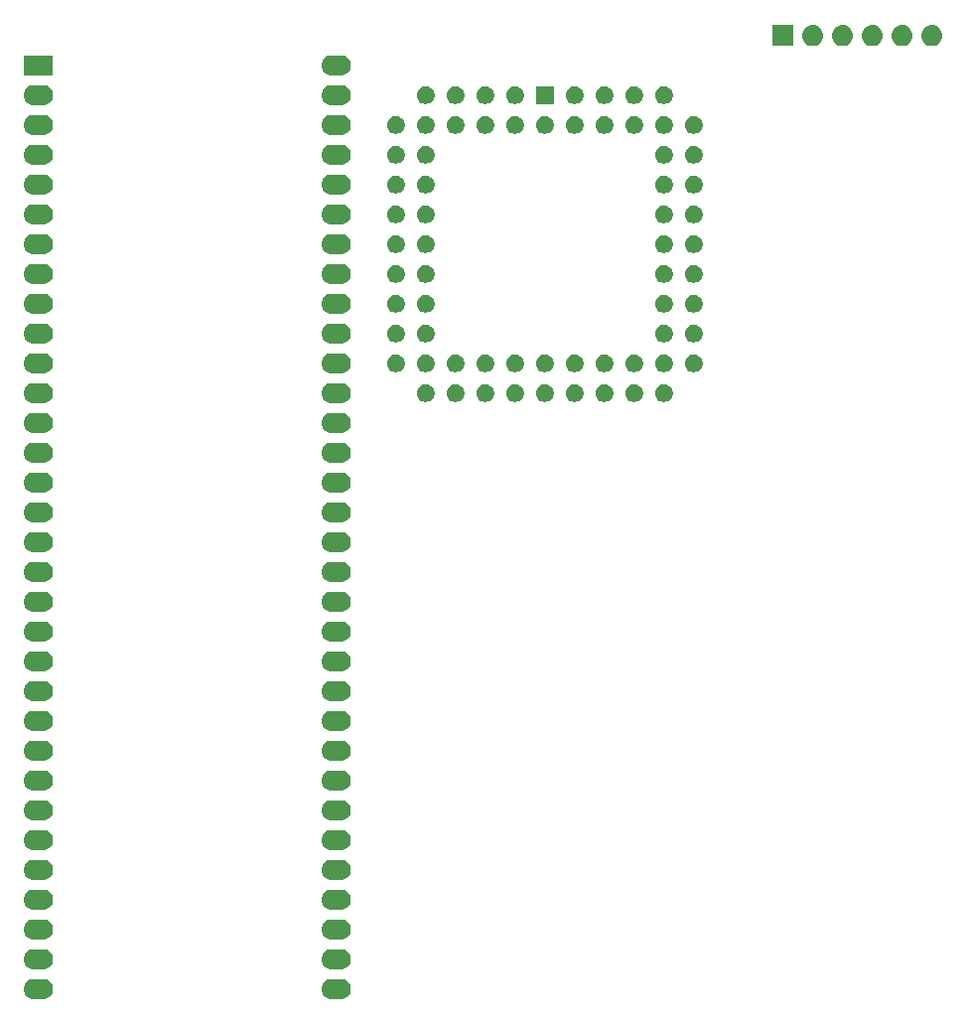
<source format=gbs>
G04 #@! TF.GenerationSoftware,KiCad,Pcbnew,(5.1.2-1)-1*
G04 #@! TF.CreationDate,2019-06-03T00:06:23+01:00*
G04 #@! TF.ProjectId,A500 FastRAM,41353030-2046-4617-9374-52414d2e6b69,rev?*
G04 #@! TF.SameCoordinates,Original*
G04 #@! TF.FileFunction,Soldermask,Bot*
G04 #@! TF.FilePolarity,Negative*
%FSLAX46Y46*%
G04 Gerber Fmt 4.6, Leading zero omitted, Abs format (unit mm)*
G04 Created by KiCad (PCBNEW (5.1.2-1)-1) date 2019-06-03 00:06:23*
%MOMM*%
%LPD*%
G04 APERTURE LIST*
%ADD10C,0.100000*%
G04 APERTURE END LIST*
D10*
G36*
X146616823Y-113461313D02*
G01*
X146777242Y-113509976D01*
X146909906Y-113580886D01*
X146925078Y-113588996D01*
X147054659Y-113695341D01*
X147161004Y-113824922D01*
X147161005Y-113824924D01*
X147240024Y-113972758D01*
X147288687Y-114133177D01*
X147305117Y-114300000D01*
X147288687Y-114466823D01*
X147240024Y-114627242D01*
X147169114Y-114759906D01*
X147161004Y-114775078D01*
X147054659Y-114904659D01*
X146925078Y-115011004D01*
X146925076Y-115011005D01*
X146777242Y-115090024D01*
X146616823Y-115138687D01*
X146491804Y-115151000D01*
X145608196Y-115151000D01*
X145483177Y-115138687D01*
X145322758Y-115090024D01*
X145174924Y-115011005D01*
X145174922Y-115011004D01*
X145045341Y-114904659D01*
X144938996Y-114775078D01*
X144930886Y-114759906D01*
X144859976Y-114627242D01*
X144811313Y-114466823D01*
X144794883Y-114300000D01*
X144811313Y-114133177D01*
X144859976Y-113972758D01*
X144938995Y-113824924D01*
X144938996Y-113824922D01*
X145045341Y-113695341D01*
X145174922Y-113588996D01*
X145190094Y-113580886D01*
X145322758Y-113509976D01*
X145483177Y-113461313D01*
X145608196Y-113449000D01*
X146491804Y-113449000D01*
X146616823Y-113461313D01*
X146616823Y-113461313D01*
G37*
G36*
X121216823Y-113461313D02*
G01*
X121377242Y-113509976D01*
X121509906Y-113580886D01*
X121525078Y-113588996D01*
X121654659Y-113695341D01*
X121761004Y-113824922D01*
X121761005Y-113824924D01*
X121840024Y-113972758D01*
X121888687Y-114133177D01*
X121905117Y-114300000D01*
X121888687Y-114466823D01*
X121840024Y-114627242D01*
X121769114Y-114759906D01*
X121761004Y-114775078D01*
X121654659Y-114904659D01*
X121525078Y-115011004D01*
X121525076Y-115011005D01*
X121377242Y-115090024D01*
X121216823Y-115138687D01*
X121091804Y-115151000D01*
X120208196Y-115151000D01*
X120083177Y-115138687D01*
X119922758Y-115090024D01*
X119774924Y-115011005D01*
X119774922Y-115011004D01*
X119645341Y-114904659D01*
X119538996Y-114775078D01*
X119530886Y-114759906D01*
X119459976Y-114627242D01*
X119411313Y-114466823D01*
X119394883Y-114300000D01*
X119411313Y-114133177D01*
X119459976Y-113972758D01*
X119538995Y-113824924D01*
X119538996Y-113824922D01*
X119645341Y-113695341D01*
X119774922Y-113588996D01*
X119790094Y-113580886D01*
X119922758Y-113509976D01*
X120083177Y-113461313D01*
X120208196Y-113449000D01*
X121091804Y-113449000D01*
X121216823Y-113461313D01*
X121216823Y-113461313D01*
G37*
G36*
X146616823Y-110921313D02*
G01*
X146777242Y-110969976D01*
X146909906Y-111040886D01*
X146925078Y-111048996D01*
X147054659Y-111155341D01*
X147161004Y-111284922D01*
X147161005Y-111284924D01*
X147240024Y-111432758D01*
X147288687Y-111593177D01*
X147305117Y-111760000D01*
X147288687Y-111926823D01*
X147240024Y-112087242D01*
X147169114Y-112219906D01*
X147161004Y-112235078D01*
X147054659Y-112364659D01*
X146925078Y-112471004D01*
X146925076Y-112471005D01*
X146777242Y-112550024D01*
X146616823Y-112598687D01*
X146491804Y-112611000D01*
X145608196Y-112611000D01*
X145483177Y-112598687D01*
X145322758Y-112550024D01*
X145174924Y-112471005D01*
X145174922Y-112471004D01*
X145045341Y-112364659D01*
X144938996Y-112235078D01*
X144930886Y-112219906D01*
X144859976Y-112087242D01*
X144811313Y-111926823D01*
X144794883Y-111760000D01*
X144811313Y-111593177D01*
X144859976Y-111432758D01*
X144938995Y-111284924D01*
X144938996Y-111284922D01*
X145045341Y-111155341D01*
X145174922Y-111048996D01*
X145190094Y-111040886D01*
X145322758Y-110969976D01*
X145483177Y-110921313D01*
X145608196Y-110909000D01*
X146491804Y-110909000D01*
X146616823Y-110921313D01*
X146616823Y-110921313D01*
G37*
G36*
X121216823Y-110921313D02*
G01*
X121377242Y-110969976D01*
X121509906Y-111040886D01*
X121525078Y-111048996D01*
X121654659Y-111155341D01*
X121761004Y-111284922D01*
X121761005Y-111284924D01*
X121840024Y-111432758D01*
X121888687Y-111593177D01*
X121905117Y-111760000D01*
X121888687Y-111926823D01*
X121840024Y-112087242D01*
X121769114Y-112219906D01*
X121761004Y-112235078D01*
X121654659Y-112364659D01*
X121525078Y-112471004D01*
X121525076Y-112471005D01*
X121377242Y-112550024D01*
X121216823Y-112598687D01*
X121091804Y-112611000D01*
X120208196Y-112611000D01*
X120083177Y-112598687D01*
X119922758Y-112550024D01*
X119774924Y-112471005D01*
X119774922Y-112471004D01*
X119645341Y-112364659D01*
X119538996Y-112235078D01*
X119530886Y-112219906D01*
X119459976Y-112087242D01*
X119411313Y-111926823D01*
X119394883Y-111760000D01*
X119411313Y-111593177D01*
X119459976Y-111432758D01*
X119538995Y-111284924D01*
X119538996Y-111284922D01*
X119645341Y-111155341D01*
X119774922Y-111048996D01*
X119790094Y-111040886D01*
X119922758Y-110969976D01*
X120083177Y-110921313D01*
X120208196Y-110909000D01*
X121091804Y-110909000D01*
X121216823Y-110921313D01*
X121216823Y-110921313D01*
G37*
G36*
X146616823Y-108381313D02*
G01*
X146777242Y-108429976D01*
X146909906Y-108500886D01*
X146925078Y-108508996D01*
X147054659Y-108615341D01*
X147161004Y-108744922D01*
X147161005Y-108744924D01*
X147240024Y-108892758D01*
X147288687Y-109053177D01*
X147305117Y-109220000D01*
X147288687Y-109386823D01*
X147240024Y-109547242D01*
X147169114Y-109679906D01*
X147161004Y-109695078D01*
X147054659Y-109824659D01*
X146925078Y-109931004D01*
X146925076Y-109931005D01*
X146777242Y-110010024D01*
X146616823Y-110058687D01*
X146491804Y-110071000D01*
X145608196Y-110071000D01*
X145483177Y-110058687D01*
X145322758Y-110010024D01*
X145174924Y-109931005D01*
X145174922Y-109931004D01*
X145045341Y-109824659D01*
X144938996Y-109695078D01*
X144930886Y-109679906D01*
X144859976Y-109547242D01*
X144811313Y-109386823D01*
X144794883Y-109220000D01*
X144811313Y-109053177D01*
X144859976Y-108892758D01*
X144938995Y-108744924D01*
X144938996Y-108744922D01*
X145045341Y-108615341D01*
X145174922Y-108508996D01*
X145190094Y-108500886D01*
X145322758Y-108429976D01*
X145483177Y-108381313D01*
X145608196Y-108369000D01*
X146491804Y-108369000D01*
X146616823Y-108381313D01*
X146616823Y-108381313D01*
G37*
G36*
X121216823Y-108381313D02*
G01*
X121377242Y-108429976D01*
X121509906Y-108500886D01*
X121525078Y-108508996D01*
X121654659Y-108615341D01*
X121761004Y-108744922D01*
X121761005Y-108744924D01*
X121840024Y-108892758D01*
X121888687Y-109053177D01*
X121905117Y-109220000D01*
X121888687Y-109386823D01*
X121840024Y-109547242D01*
X121769114Y-109679906D01*
X121761004Y-109695078D01*
X121654659Y-109824659D01*
X121525078Y-109931004D01*
X121525076Y-109931005D01*
X121377242Y-110010024D01*
X121216823Y-110058687D01*
X121091804Y-110071000D01*
X120208196Y-110071000D01*
X120083177Y-110058687D01*
X119922758Y-110010024D01*
X119774924Y-109931005D01*
X119774922Y-109931004D01*
X119645341Y-109824659D01*
X119538996Y-109695078D01*
X119530886Y-109679906D01*
X119459976Y-109547242D01*
X119411313Y-109386823D01*
X119394883Y-109220000D01*
X119411313Y-109053177D01*
X119459976Y-108892758D01*
X119538995Y-108744924D01*
X119538996Y-108744922D01*
X119645341Y-108615341D01*
X119774922Y-108508996D01*
X119790094Y-108500886D01*
X119922758Y-108429976D01*
X120083177Y-108381313D01*
X120208196Y-108369000D01*
X121091804Y-108369000D01*
X121216823Y-108381313D01*
X121216823Y-108381313D01*
G37*
G36*
X146616823Y-105841313D02*
G01*
X146777242Y-105889976D01*
X146909906Y-105960886D01*
X146925078Y-105968996D01*
X147054659Y-106075341D01*
X147161004Y-106204922D01*
X147161005Y-106204924D01*
X147240024Y-106352758D01*
X147288687Y-106513177D01*
X147305117Y-106680000D01*
X147288687Y-106846823D01*
X147240024Y-107007242D01*
X147169114Y-107139906D01*
X147161004Y-107155078D01*
X147054659Y-107284659D01*
X146925078Y-107391004D01*
X146925076Y-107391005D01*
X146777242Y-107470024D01*
X146616823Y-107518687D01*
X146491804Y-107531000D01*
X145608196Y-107531000D01*
X145483177Y-107518687D01*
X145322758Y-107470024D01*
X145174924Y-107391005D01*
X145174922Y-107391004D01*
X145045341Y-107284659D01*
X144938996Y-107155078D01*
X144930886Y-107139906D01*
X144859976Y-107007242D01*
X144811313Y-106846823D01*
X144794883Y-106680000D01*
X144811313Y-106513177D01*
X144859976Y-106352758D01*
X144938995Y-106204924D01*
X144938996Y-106204922D01*
X145045341Y-106075341D01*
X145174922Y-105968996D01*
X145190094Y-105960886D01*
X145322758Y-105889976D01*
X145483177Y-105841313D01*
X145608196Y-105829000D01*
X146491804Y-105829000D01*
X146616823Y-105841313D01*
X146616823Y-105841313D01*
G37*
G36*
X121216823Y-105841313D02*
G01*
X121377242Y-105889976D01*
X121509906Y-105960886D01*
X121525078Y-105968996D01*
X121654659Y-106075341D01*
X121761004Y-106204922D01*
X121761005Y-106204924D01*
X121840024Y-106352758D01*
X121888687Y-106513177D01*
X121905117Y-106680000D01*
X121888687Y-106846823D01*
X121840024Y-107007242D01*
X121769114Y-107139906D01*
X121761004Y-107155078D01*
X121654659Y-107284659D01*
X121525078Y-107391004D01*
X121525076Y-107391005D01*
X121377242Y-107470024D01*
X121216823Y-107518687D01*
X121091804Y-107531000D01*
X120208196Y-107531000D01*
X120083177Y-107518687D01*
X119922758Y-107470024D01*
X119774924Y-107391005D01*
X119774922Y-107391004D01*
X119645341Y-107284659D01*
X119538996Y-107155078D01*
X119530886Y-107139906D01*
X119459976Y-107007242D01*
X119411313Y-106846823D01*
X119394883Y-106680000D01*
X119411313Y-106513177D01*
X119459976Y-106352758D01*
X119538995Y-106204924D01*
X119538996Y-106204922D01*
X119645341Y-106075341D01*
X119774922Y-105968996D01*
X119790094Y-105960886D01*
X119922758Y-105889976D01*
X120083177Y-105841313D01*
X120208196Y-105829000D01*
X121091804Y-105829000D01*
X121216823Y-105841313D01*
X121216823Y-105841313D01*
G37*
G36*
X146616823Y-103301313D02*
G01*
X146777242Y-103349976D01*
X146909906Y-103420886D01*
X146925078Y-103428996D01*
X147054659Y-103535341D01*
X147161004Y-103664922D01*
X147161005Y-103664924D01*
X147240024Y-103812758D01*
X147288687Y-103973177D01*
X147305117Y-104140000D01*
X147288687Y-104306823D01*
X147240024Y-104467242D01*
X147169114Y-104599906D01*
X147161004Y-104615078D01*
X147054659Y-104744659D01*
X146925078Y-104851004D01*
X146925076Y-104851005D01*
X146777242Y-104930024D01*
X146616823Y-104978687D01*
X146491804Y-104991000D01*
X145608196Y-104991000D01*
X145483177Y-104978687D01*
X145322758Y-104930024D01*
X145174924Y-104851005D01*
X145174922Y-104851004D01*
X145045341Y-104744659D01*
X144938996Y-104615078D01*
X144930886Y-104599906D01*
X144859976Y-104467242D01*
X144811313Y-104306823D01*
X144794883Y-104140000D01*
X144811313Y-103973177D01*
X144859976Y-103812758D01*
X144938995Y-103664924D01*
X144938996Y-103664922D01*
X145045341Y-103535341D01*
X145174922Y-103428996D01*
X145190094Y-103420886D01*
X145322758Y-103349976D01*
X145483177Y-103301313D01*
X145608196Y-103289000D01*
X146491804Y-103289000D01*
X146616823Y-103301313D01*
X146616823Y-103301313D01*
G37*
G36*
X121216823Y-103301313D02*
G01*
X121377242Y-103349976D01*
X121509906Y-103420886D01*
X121525078Y-103428996D01*
X121654659Y-103535341D01*
X121761004Y-103664922D01*
X121761005Y-103664924D01*
X121840024Y-103812758D01*
X121888687Y-103973177D01*
X121905117Y-104140000D01*
X121888687Y-104306823D01*
X121840024Y-104467242D01*
X121769114Y-104599906D01*
X121761004Y-104615078D01*
X121654659Y-104744659D01*
X121525078Y-104851004D01*
X121525076Y-104851005D01*
X121377242Y-104930024D01*
X121216823Y-104978687D01*
X121091804Y-104991000D01*
X120208196Y-104991000D01*
X120083177Y-104978687D01*
X119922758Y-104930024D01*
X119774924Y-104851005D01*
X119774922Y-104851004D01*
X119645341Y-104744659D01*
X119538996Y-104615078D01*
X119530886Y-104599906D01*
X119459976Y-104467242D01*
X119411313Y-104306823D01*
X119394883Y-104140000D01*
X119411313Y-103973177D01*
X119459976Y-103812758D01*
X119538995Y-103664924D01*
X119538996Y-103664922D01*
X119645341Y-103535341D01*
X119774922Y-103428996D01*
X119790094Y-103420886D01*
X119922758Y-103349976D01*
X120083177Y-103301313D01*
X120208196Y-103289000D01*
X121091804Y-103289000D01*
X121216823Y-103301313D01*
X121216823Y-103301313D01*
G37*
G36*
X146616823Y-100761313D02*
G01*
X146777242Y-100809976D01*
X146909906Y-100880886D01*
X146925078Y-100888996D01*
X147054659Y-100995341D01*
X147161004Y-101124922D01*
X147161005Y-101124924D01*
X147240024Y-101272758D01*
X147288687Y-101433177D01*
X147305117Y-101600000D01*
X147288687Y-101766823D01*
X147240024Y-101927242D01*
X147169114Y-102059906D01*
X147161004Y-102075078D01*
X147054659Y-102204659D01*
X146925078Y-102311004D01*
X146925076Y-102311005D01*
X146777242Y-102390024D01*
X146616823Y-102438687D01*
X146491804Y-102451000D01*
X145608196Y-102451000D01*
X145483177Y-102438687D01*
X145322758Y-102390024D01*
X145174924Y-102311005D01*
X145174922Y-102311004D01*
X145045341Y-102204659D01*
X144938996Y-102075078D01*
X144930886Y-102059906D01*
X144859976Y-101927242D01*
X144811313Y-101766823D01*
X144794883Y-101600000D01*
X144811313Y-101433177D01*
X144859976Y-101272758D01*
X144938995Y-101124924D01*
X144938996Y-101124922D01*
X145045341Y-100995341D01*
X145174922Y-100888996D01*
X145190094Y-100880886D01*
X145322758Y-100809976D01*
X145483177Y-100761313D01*
X145608196Y-100749000D01*
X146491804Y-100749000D01*
X146616823Y-100761313D01*
X146616823Y-100761313D01*
G37*
G36*
X121216823Y-100761313D02*
G01*
X121377242Y-100809976D01*
X121509906Y-100880886D01*
X121525078Y-100888996D01*
X121654659Y-100995341D01*
X121761004Y-101124922D01*
X121761005Y-101124924D01*
X121840024Y-101272758D01*
X121888687Y-101433177D01*
X121905117Y-101600000D01*
X121888687Y-101766823D01*
X121840024Y-101927242D01*
X121769114Y-102059906D01*
X121761004Y-102075078D01*
X121654659Y-102204659D01*
X121525078Y-102311004D01*
X121525076Y-102311005D01*
X121377242Y-102390024D01*
X121216823Y-102438687D01*
X121091804Y-102451000D01*
X120208196Y-102451000D01*
X120083177Y-102438687D01*
X119922758Y-102390024D01*
X119774924Y-102311005D01*
X119774922Y-102311004D01*
X119645341Y-102204659D01*
X119538996Y-102075078D01*
X119530886Y-102059906D01*
X119459976Y-101927242D01*
X119411313Y-101766823D01*
X119394883Y-101600000D01*
X119411313Y-101433177D01*
X119459976Y-101272758D01*
X119538995Y-101124924D01*
X119538996Y-101124922D01*
X119645341Y-100995341D01*
X119774922Y-100888996D01*
X119790094Y-100880886D01*
X119922758Y-100809976D01*
X120083177Y-100761313D01*
X120208196Y-100749000D01*
X121091804Y-100749000D01*
X121216823Y-100761313D01*
X121216823Y-100761313D01*
G37*
G36*
X146616823Y-98221313D02*
G01*
X146777242Y-98269976D01*
X146909906Y-98340886D01*
X146925078Y-98348996D01*
X147054659Y-98455341D01*
X147161004Y-98584922D01*
X147161005Y-98584924D01*
X147240024Y-98732758D01*
X147288687Y-98893177D01*
X147305117Y-99060000D01*
X147288687Y-99226823D01*
X147240024Y-99387242D01*
X147169114Y-99519906D01*
X147161004Y-99535078D01*
X147054659Y-99664659D01*
X146925078Y-99771004D01*
X146925076Y-99771005D01*
X146777242Y-99850024D01*
X146616823Y-99898687D01*
X146491804Y-99911000D01*
X145608196Y-99911000D01*
X145483177Y-99898687D01*
X145322758Y-99850024D01*
X145174924Y-99771005D01*
X145174922Y-99771004D01*
X145045341Y-99664659D01*
X144938996Y-99535078D01*
X144930886Y-99519906D01*
X144859976Y-99387242D01*
X144811313Y-99226823D01*
X144794883Y-99060000D01*
X144811313Y-98893177D01*
X144859976Y-98732758D01*
X144938995Y-98584924D01*
X144938996Y-98584922D01*
X145045341Y-98455341D01*
X145174922Y-98348996D01*
X145190094Y-98340886D01*
X145322758Y-98269976D01*
X145483177Y-98221313D01*
X145608196Y-98209000D01*
X146491804Y-98209000D01*
X146616823Y-98221313D01*
X146616823Y-98221313D01*
G37*
G36*
X121216823Y-98221313D02*
G01*
X121377242Y-98269976D01*
X121509906Y-98340886D01*
X121525078Y-98348996D01*
X121654659Y-98455341D01*
X121761004Y-98584922D01*
X121761005Y-98584924D01*
X121840024Y-98732758D01*
X121888687Y-98893177D01*
X121905117Y-99060000D01*
X121888687Y-99226823D01*
X121840024Y-99387242D01*
X121769114Y-99519906D01*
X121761004Y-99535078D01*
X121654659Y-99664659D01*
X121525078Y-99771004D01*
X121525076Y-99771005D01*
X121377242Y-99850024D01*
X121216823Y-99898687D01*
X121091804Y-99911000D01*
X120208196Y-99911000D01*
X120083177Y-99898687D01*
X119922758Y-99850024D01*
X119774924Y-99771005D01*
X119774922Y-99771004D01*
X119645341Y-99664659D01*
X119538996Y-99535078D01*
X119530886Y-99519906D01*
X119459976Y-99387242D01*
X119411313Y-99226823D01*
X119394883Y-99060000D01*
X119411313Y-98893177D01*
X119459976Y-98732758D01*
X119538995Y-98584924D01*
X119538996Y-98584922D01*
X119645341Y-98455341D01*
X119774922Y-98348996D01*
X119790094Y-98340886D01*
X119922758Y-98269976D01*
X120083177Y-98221313D01*
X120208196Y-98209000D01*
X121091804Y-98209000D01*
X121216823Y-98221313D01*
X121216823Y-98221313D01*
G37*
G36*
X121216823Y-95681313D02*
G01*
X121377242Y-95729976D01*
X121509906Y-95800886D01*
X121525078Y-95808996D01*
X121654659Y-95915341D01*
X121761004Y-96044922D01*
X121761005Y-96044924D01*
X121840024Y-96192758D01*
X121888687Y-96353177D01*
X121905117Y-96520000D01*
X121888687Y-96686823D01*
X121840024Y-96847242D01*
X121769114Y-96979906D01*
X121761004Y-96995078D01*
X121654659Y-97124659D01*
X121525078Y-97231004D01*
X121525076Y-97231005D01*
X121377242Y-97310024D01*
X121216823Y-97358687D01*
X121091804Y-97371000D01*
X120208196Y-97371000D01*
X120083177Y-97358687D01*
X119922758Y-97310024D01*
X119774924Y-97231005D01*
X119774922Y-97231004D01*
X119645341Y-97124659D01*
X119538996Y-96995078D01*
X119530886Y-96979906D01*
X119459976Y-96847242D01*
X119411313Y-96686823D01*
X119394883Y-96520000D01*
X119411313Y-96353177D01*
X119459976Y-96192758D01*
X119538995Y-96044924D01*
X119538996Y-96044922D01*
X119645341Y-95915341D01*
X119774922Y-95808996D01*
X119790094Y-95800886D01*
X119922758Y-95729976D01*
X120083177Y-95681313D01*
X120208196Y-95669000D01*
X121091804Y-95669000D01*
X121216823Y-95681313D01*
X121216823Y-95681313D01*
G37*
G36*
X146616823Y-95681313D02*
G01*
X146777242Y-95729976D01*
X146909906Y-95800886D01*
X146925078Y-95808996D01*
X147054659Y-95915341D01*
X147161004Y-96044922D01*
X147161005Y-96044924D01*
X147240024Y-96192758D01*
X147288687Y-96353177D01*
X147305117Y-96520000D01*
X147288687Y-96686823D01*
X147240024Y-96847242D01*
X147169114Y-96979906D01*
X147161004Y-96995078D01*
X147054659Y-97124659D01*
X146925078Y-97231004D01*
X146925076Y-97231005D01*
X146777242Y-97310024D01*
X146616823Y-97358687D01*
X146491804Y-97371000D01*
X145608196Y-97371000D01*
X145483177Y-97358687D01*
X145322758Y-97310024D01*
X145174924Y-97231005D01*
X145174922Y-97231004D01*
X145045341Y-97124659D01*
X144938996Y-96995078D01*
X144930886Y-96979906D01*
X144859976Y-96847242D01*
X144811313Y-96686823D01*
X144794883Y-96520000D01*
X144811313Y-96353177D01*
X144859976Y-96192758D01*
X144938995Y-96044924D01*
X144938996Y-96044922D01*
X145045341Y-95915341D01*
X145174922Y-95808996D01*
X145190094Y-95800886D01*
X145322758Y-95729976D01*
X145483177Y-95681313D01*
X145608196Y-95669000D01*
X146491804Y-95669000D01*
X146616823Y-95681313D01*
X146616823Y-95681313D01*
G37*
G36*
X146616823Y-93141313D02*
G01*
X146777242Y-93189976D01*
X146909906Y-93260886D01*
X146925078Y-93268996D01*
X147054659Y-93375341D01*
X147161004Y-93504922D01*
X147161005Y-93504924D01*
X147240024Y-93652758D01*
X147288687Y-93813177D01*
X147305117Y-93980000D01*
X147288687Y-94146823D01*
X147240024Y-94307242D01*
X147169114Y-94439906D01*
X147161004Y-94455078D01*
X147054659Y-94584659D01*
X146925078Y-94691004D01*
X146925076Y-94691005D01*
X146777242Y-94770024D01*
X146616823Y-94818687D01*
X146491804Y-94831000D01*
X145608196Y-94831000D01*
X145483177Y-94818687D01*
X145322758Y-94770024D01*
X145174924Y-94691005D01*
X145174922Y-94691004D01*
X145045341Y-94584659D01*
X144938996Y-94455078D01*
X144930886Y-94439906D01*
X144859976Y-94307242D01*
X144811313Y-94146823D01*
X144794883Y-93980000D01*
X144811313Y-93813177D01*
X144859976Y-93652758D01*
X144938995Y-93504924D01*
X144938996Y-93504922D01*
X145045341Y-93375341D01*
X145174922Y-93268996D01*
X145190094Y-93260886D01*
X145322758Y-93189976D01*
X145483177Y-93141313D01*
X145608196Y-93129000D01*
X146491804Y-93129000D01*
X146616823Y-93141313D01*
X146616823Y-93141313D01*
G37*
G36*
X121216823Y-93141313D02*
G01*
X121377242Y-93189976D01*
X121509906Y-93260886D01*
X121525078Y-93268996D01*
X121654659Y-93375341D01*
X121761004Y-93504922D01*
X121761005Y-93504924D01*
X121840024Y-93652758D01*
X121888687Y-93813177D01*
X121905117Y-93980000D01*
X121888687Y-94146823D01*
X121840024Y-94307242D01*
X121769114Y-94439906D01*
X121761004Y-94455078D01*
X121654659Y-94584659D01*
X121525078Y-94691004D01*
X121525076Y-94691005D01*
X121377242Y-94770024D01*
X121216823Y-94818687D01*
X121091804Y-94831000D01*
X120208196Y-94831000D01*
X120083177Y-94818687D01*
X119922758Y-94770024D01*
X119774924Y-94691005D01*
X119774922Y-94691004D01*
X119645341Y-94584659D01*
X119538996Y-94455078D01*
X119530886Y-94439906D01*
X119459976Y-94307242D01*
X119411313Y-94146823D01*
X119394883Y-93980000D01*
X119411313Y-93813177D01*
X119459976Y-93652758D01*
X119538995Y-93504924D01*
X119538996Y-93504922D01*
X119645341Y-93375341D01*
X119774922Y-93268996D01*
X119790094Y-93260886D01*
X119922758Y-93189976D01*
X120083177Y-93141313D01*
X120208196Y-93129000D01*
X121091804Y-93129000D01*
X121216823Y-93141313D01*
X121216823Y-93141313D01*
G37*
G36*
X146616823Y-90601313D02*
G01*
X146777242Y-90649976D01*
X146909906Y-90720886D01*
X146925078Y-90728996D01*
X147054659Y-90835341D01*
X147161004Y-90964922D01*
X147161005Y-90964924D01*
X147240024Y-91112758D01*
X147288687Y-91273177D01*
X147305117Y-91440000D01*
X147288687Y-91606823D01*
X147240024Y-91767242D01*
X147169114Y-91899906D01*
X147161004Y-91915078D01*
X147054659Y-92044659D01*
X146925078Y-92151004D01*
X146925076Y-92151005D01*
X146777242Y-92230024D01*
X146616823Y-92278687D01*
X146491804Y-92291000D01*
X145608196Y-92291000D01*
X145483177Y-92278687D01*
X145322758Y-92230024D01*
X145174924Y-92151005D01*
X145174922Y-92151004D01*
X145045341Y-92044659D01*
X144938996Y-91915078D01*
X144930886Y-91899906D01*
X144859976Y-91767242D01*
X144811313Y-91606823D01*
X144794883Y-91440000D01*
X144811313Y-91273177D01*
X144859976Y-91112758D01*
X144938995Y-90964924D01*
X144938996Y-90964922D01*
X145045341Y-90835341D01*
X145174922Y-90728996D01*
X145190094Y-90720886D01*
X145322758Y-90649976D01*
X145483177Y-90601313D01*
X145608196Y-90589000D01*
X146491804Y-90589000D01*
X146616823Y-90601313D01*
X146616823Y-90601313D01*
G37*
G36*
X121216823Y-90601313D02*
G01*
X121377242Y-90649976D01*
X121509906Y-90720886D01*
X121525078Y-90728996D01*
X121654659Y-90835341D01*
X121761004Y-90964922D01*
X121761005Y-90964924D01*
X121840024Y-91112758D01*
X121888687Y-91273177D01*
X121905117Y-91440000D01*
X121888687Y-91606823D01*
X121840024Y-91767242D01*
X121769114Y-91899906D01*
X121761004Y-91915078D01*
X121654659Y-92044659D01*
X121525078Y-92151004D01*
X121525076Y-92151005D01*
X121377242Y-92230024D01*
X121216823Y-92278687D01*
X121091804Y-92291000D01*
X120208196Y-92291000D01*
X120083177Y-92278687D01*
X119922758Y-92230024D01*
X119774924Y-92151005D01*
X119774922Y-92151004D01*
X119645341Y-92044659D01*
X119538996Y-91915078D01*
X119530886Y-91899906D01*
X119459976Y-91767242D01*
X119411313Y-91606823D01*
X119394883Y-91440000D01*
X119411313Y-91273177D01*
X119459976Y-91112758D01*
X119538995Y-90964924D01*
X119538996Y-90964922D01*
X119645341Y-90835341D01*
X119774922Y-90728996D01*
X119790094Y-90720886D01*
X119922758Y-90649976D01*
X120083177Y-90601313D01*
X120208196Y-90589000D01*
X121091804Y-90589000D01*
X121216823Y-90601313D01*
X121216823Y-90601313D01*
G37*
G36*
X146616823Y-88061313D02*
G01*
X146777242Y-88109976D01*
X146909906Y-88180886D01*
X146925078Y-88188996D01*
X147054659Y-88295341D01*
X147161004Y-88424922D01*
X147161005Y-88424924D01*
X147240024Y-88572758D01*
X147288687Y-88733177D01*
X147305117Y-88900000D01*
X147288687Y-89066823D01*
X147240024Y-89227242D01*
X147169114Y-89359906D01*
X147161004Y-89375078D01*
X147054659Y-89504659D01*
X146925078Y-89611004D01*
X146925076Y-89611005D01*
X146777242Y-89690024D01*
X146616823Y-89738687D01*
X146491804Y-89751000D01*
X145608196Y-89751000D01*
X145483177Y-89738687D01*
X145322758Y-89690024D01*
X145174924Y-89611005D01*
X145174922Y-89611004D01*
X145045341Y-89504659D01*
X144938996Y-89375078D01*
X144930886Y-89359906D01*
X144859976Y-89227242D01*
X144811313Y-89066823D01*
X144794883Y-88900000D01*
X144811313Y-88733177D01*
X144859976Y-88572758D01*
X144938995Y-88424924D01*
X144938996Y-88424922D01*
X145045341Y-88295341D01*
X145174922Y-88188996D01*
X145190094Y-88180886D01*
X145322758Y-88109976D01*
X145483177Y-88061313D01*
X145608196Y-88049000D01*
X146491804Y-88049000D01*
X146616823Y-88061313D01*
X146616823Y-88061313D01*
G37*
G36*
X121216823Y-88061313D02*
G01*
X121377242Y-88109976D01*
X121509906Y-88180886D01*
X121525078Y-88188996D01*
X121654659Y-88295341D01*
X121761004Y-88424922D01*
X121761005Y-88424924D01*
X121840024Y-88572758D01*
X121888687Y-88733177D01*
X121905117Y-88900000D01*
X121888687Y-89066823D01*
X121840024Y-89227242D01*
X121769114Y-89359906D01*
X121761004Y-89375078D01*
X121654659Y-89504659D01*
X121525078Y-89611004D01*
X121525076Y-89611005D01*
X121377242Y-89690024D01*
X121216823Y-89738687D01*
X121091804Y-89751000D01*
X120208196Y-89751000D01*
X120083177Y-89738687D01*
X119922758Y-89690024D01*
X119774924Y-89611005D01*
X119774922Y-89611004D01*
X119645341Y-89504659D01*
X119538996Y-89375078D01*
X119530886Y-89359906D01*
X119459976Y-89227242D01*
X119411313Y-89066823D01*
X119394883Y-88900000D01*
X119411313Y-88733177D01*
X119459976Y-88572758D01*
X119538995Y-88424924D01*
X119538996Y-88424922D01*
X119645341Y-88295341D01*
X119774922Y-88188996D01*
X119790094Y-88180886D01*
X119922758Y-88109976D01*
X120083177Y-88061313D01*
X120208196Y-88049000D01*
X121091804Y-88049000D01*
X121216823Y-88061313D01*
X121216823Y-88061313D01*
G37*
G36*
X121216823Y-85521313D02*
G01*
X121377242Y-85569976D01*
X121509906Y-85640886D01*
X121525078Y-85648996D01*
X121654659Y-85755341D01*
X121761004Y-85884922D01*
X121761005Y-85884924D01*
X121840024Y-86032758D01*
X121888687Y-86193177D01*
X121905117Y-86360000D01*
X121888687Y-86526823D01*
X121840024Y-86687242D01*
X121769114Y-86819906D01*
X121761004Y-86835078D01*
X121654659Y-86964659D01*
X121525078Y-87071004D01*
X121525076Y-87071005D01*
X121377242Y-87150024D01*
X121216823Y-87198687D01*
X121091804Y-87211000D01*
X120208196Y-87211000D01*
X120083177Y-87198687D01*
X119922758Y-87150024D01*
X119774924Y-87071005D01*
X119774922Y-87071004D01*
X119645341Y-86964659D01*
X119538996Y-86835078D01*
X119530886Y-86819906D01*
X119459976Y-86687242D01*
X119411313Y-86526823D01*
X119394883Y-86360000D01*
X119411313Y-86193177D01*
X119459976Y-86032758D01*
X119538995Y-85884924D01*
X119538996Y-85884922D01*
X119645341Y-85755341D01*
X119774922Y-85648996D01*
X119790094Y-85640886D01*
X119922758Y-85569976D01*
X120083177Y-85521313D01*
X120208196Y-85509000D01*
X121091804Y-85509000D01*
X121216823Y-85521313D01*
X121216823Y-85521313D01*
G37*
G36*
X146616823Y-85521313D02*
G01*
X146777242Y-85569976D01*
X146909906Y-85640886D01*
X146925078Y-85648996D01*
X147054659Y-85755341D01*
X147161004Y-85884922D01*
X147161005Y-85884924D01*
X147240024Y-86032758D01*
X147288687Y-86193177D01*
X147305117Y-86360000D01*
X147288687Y-86526823D01*
X147240024Y-86687242D01*
X147169114Y-86819906D01*
X147161004Y-86835078D01*
X147054659Y-86964659D01*
X146925078Y-87071004D01*
X146925076Y-87071005D01*
X146777242Y-87150024D01*
X146616823Y-87198687D01*
X146491804Y-87211000D01*
X145608196Y-87211000D01*
X145483177Y-87198687D01*
X145322758Y-87150024D01*
X145174924Y-87071005D01*
X145174922Y-87071004D01*
X145045341Y-86964659D01*
X144938996Y-86835078D01*
X144930886Y-86819906D01*
X144859976Y-86687242D01*
X144811313Y-86526823D01*
X144794883Y-86360000D01*
X144811313Y-86193177D01*
X144859976Y-86032758D01*
X144938995Y-85884924D01*
X144938996Y-85884922D01*
X145045341Y-85755341D01*
X145174922Y-85648996D01*
X145190094Y-85640886D01*
X145322758Y-85569976D01*
X145483177Y-85521313D01*
X145608196Y-85509000D01*
X146491804Y-85509000D01*
X146616823Y-85521313D01*
X146616823Y-85521313D01*
G37*
G36*
X121216823Y-82981313D02*
G01*
X121377242Y-83029976D01*
X121509906Y-83100886D01*
X121525078Y-83108996D01*
X121654659Y-83215341D01*
X121761004Y-83344922D01*
X121761005Y-83344924D01*
X121840024Y-83492758D01*
X121888687Y-83653177D01*
X121905117Y-83820000D01*
X121888687Y-83986823D01*
X121840024Y-84147242D01*
X121769114Y-84279906D01*
X121761004Y-84295078D01*
X121654659Y-84424659D01*
X121525078Y-84531004D01*
X121525076Y-84531005D01*
X121377242Y-84610024D01*
X121216823Y-84658687D01*
X121091804Y-84671000D01*
X120208196Y-84671000D01*
X120083177Y-84658687D01*
X119922758Y-84610024D01*
X119774924Y-84531005D01*
X119774922Y-84531004D01*
X119645341Y-84424659D01*
X119538996Y-84295078D01*
X119530886Y-84279906D01*
X119459976Y-84147242D01*
X119411313Y-83986823D01*
X119394883Y-83820000D01*
X119411313Y-83653177D01*
X119459976Y-83492758D01*
X119538995Y-83344924D01*
X119538996Y-83344922D01*
X119645341Y-83215341D01*
X119774922Y-83108996D01*
X119790094Y-83100886D01*
X119922758Y-83029976D01*
X120083177Y-82981313D01*
X120208196Y-82969000D01*
X121091804Y-82969000D01*
X121216823Y-82981313D01*
X121216823Y-82981313D01*
G37*
G36*
X146616823Y-82981313D02*
G01*
X146777242Y-83029976D01*
X146909906Y-83100886D01*
X146925078Y-83108996D01*
X147054659Y-83215341D01*
X147161004Y-83344922D01*
X147161005Y-83344924D01*
X147240024Y-83492758D01*
X147288687Y-83653177D01*
X147305117Y-83820000D01*
X147288687Y-83986823D01*
X147240024Y-84147242D01*
X147169114Y-84279906D01*
X147161004Y-84295078D01*
X147054659Y-84424659D01*
X146925078Y-84531004D01*
X146925076Y-84531005D01*
X146777242Y-84610024D01*
X146616823Y-84658687D01*
X146491804Y-84671000D01*
X145608196Y-84671000D01*
X145483177Y-84658687D01*
X145322758Y-84610024D01*
X145174924Y-84531005D01*
X145174922Y-84531004D01*
X145045341Y-84424659D01*
X144938996Y-84295078D01*
X144930886Y-84279906D01*
X144859976Y-84147242D01*
X144811313Y-83986823D01*
X144794883Y-83820000D01*
X144811313Y-83653177D01*
X144859976Y-83492758D01*
X144938995Y-83344924D01*
X144938996Y-83344922D01*
X145045341Y-83215341D01*
X145174922Y-83108996D01*
X145190094Y-83100886D01*
X145322758Y-83029976D01*
X145483177Y-82981313D01*
X145608196Y-82969000D01*
X146491804Y-82969000D01*
X146616823Y-82981313D01*
X146616823Y-82981313D01*
G37*
G36*
X121216823Y-80441313D02*
G01*
X121377242Y-80489976D01*
X121509906Y-80560886D01*
X121525078Y-80568996D01*
X121654659Y-80675341D01*
X121761004Y-80804922D01*
X121761005Y-80804924D01*
X121840024Y-80952758D01*
X121888687Y-81113177D01*
X121905117Y-81280000D01*
X121888687Y-81446823D01*
X121840024Y-81607242D01*
X121769114Y-81739906D01*
X121761004Y-81755078D01*
X121654659Y-81884659D01*
X121525078Y-81991004D01*
X121525076Y-81991005D01*
X121377242Y-82070024D01*
X121216823Y-82118687D01*
X121091804Y-82131000D01*
X120208196Y-82131000D01*
X120083177Y-82118687D01*
X119922758Y-82070024D01*
X119774924Y-81991005D01*
X119774922Y-81991004D01*
X119645341Y-81884659D01*
X119538996Y-81755078D01*
X119530886Y-81739906D01*
X119459976Y-81607242D01*
X119411313Y-81446823D01*
X119394883Y-81280000D01*
X119411313Y-81113177D01*
X119459976Y-80952758D01*
X119538995Y-80804924D01*
X119538996Y-80804922D01*
X119645341Y-80675341D01*
X119774922Y-80568996D01*
X119790094Y-80560886D01*
X119922758Y-80489976D01*
X120083177Y-80441313D01*
X120208196Y-80429000D01*
X121091804Y-80429000D01*
X121216823Y-80441313D01*
X121216823Y-80441313D01*
G37*
G36*
X146616823Y-80441313D02*
G01*
X146777242Y-80489976D01*
X146909906Y-80560886D01*
X146925078Y-80568996D01*
X147054659Y-80675341D01*
X147161004Y-80804922D01*
X147161005Y-80804924D01*
X147240024Y-80952758D01*
X147288687Y-81113177D01*
X147305117Y-81280000D01*
X147288687Y-81446823D01*
X147240024Y-81607242D01*
X147169114Y-81739906D01*
X147161004Y-81755078D01*
X147054659Y-81884659D01*
X146925078Y-81991004D01*
X146925076Y-81991005D01*
X146777242Y-82070024D01*
X146616823Y-82118687D01*
X146491804Y-82131000D01*
X145608196Y-82131000D01*
X145483177Y-82118687D01*
X145322758Y-82070024D01*
X145174924Y-81991005D01*
X145174922Y-81991004D01*
X145045341Y-81884659D01*
X144938996Y-81755078D01*
X144930886Y-81739906D01*
X144859976Y-81607242D01*
X144811313Y-81446823D01*
X144794883Y-81280000D01*
X144811313Y-81113177D01*
X144859976Y-80952758D01*
X144938995Y-80804924D01*
X144938996Y-80804922D01*
X145045341Y-80675341D01*
X145174922Y-80568996D01*
X145190094Y-80560886D01*
X145322758Y-80489976D01*
X145483177Y-80441313D01*
X145608196Y-80429000D01*
X146491804Y-80429000D01*
X146616823Y-80441313D01*
X146616823Y-80441313D01*
G37*
G36*
X121216823Y-77901313D02*
G01*
X121377242Y-77949976D01*
X121509906Y-78020886D01*
X121525078Y-78028996D01*
X121654659Y-78135341D01*
X121761004Y-78264922D01*
X121761005Y-78264924D01*
X121840024Y-78412758D01*
X121888687Y-78573177D01*
X121905117Y-78740000D01*
X121888687Y-78906823D01*
X121840024Y-79067242D01*
X121769114Y-79199906D01*
X121761004Y-79215078D01*
X121654659Y-79344659D01*
X121525078Y-79451004D01*
X121525076Y-79451005D01*
X121377242Y-79530024D01*
X121216823Y-79578687D01*
X121091804Y-79591000D01*
X120208196Y-79591000D01*
X120083177Y-79578687D01*
X119922758Y-79530024D01*
X119774924Y-79451005D01*
X119774922Y-79451004D01*
X119645341Y-79344659D01*
X119538996Y-79215078D01*
X119530886Y-79199906D01*
X119459976Y-79067242D01*
X119411313Y-78906823D01*
X119394883Y-78740000D01*
X119411313Y-78573177D01*
X119459976Y-78412758D01*
X119538995Y-78264924D01*
X119538996Y-78264922D01*
X119645341Y-78135341D01*
X119774922Y-78028996D01*
X119790094Y-78020886D01*
X119922758Y-77949976D01*
X120083177Y-77901313D01*
X120208196Y-77889000D01*
X121091804Y-77889000D01*
X121216823Y-77901313D01*
X121216823Y-77901313D01*
G37*
G36*
X146616823Y-77901313D02*
G01*
X146777242Y-77949976D01*
X146909906Y-78020886D01*
X146925078Y-78028996D01*
X147054659Y-78135341D01*
X147161004Y-78264922D01*
X147161005Y-78264924D01*
X147240024Y-78412758D01*
X147288687Y-78573177D01*
X147305117Y-78740000D01*
X147288687Y-78906823D01*
X147240024Y-79067242D01*
X147169114Y-79199906D01*
X147161004Y-79215078D01*
X147054659Y-79344659D01*
X146925078Y-79451004D01*
X146925076Y-79451005D01*
X146777242Y-79530024D01*
X146616823Y-79578687D01*
X146491804Y-79591000D01*
X145608196Y-79591000D01*
X145483177Y-79578687D01*
X145322758Y-79530024D01*
X145174924Y-79451005D01*
X145174922Y-79451004D01*
X145045341Y-79344659D01*
X144938996Y-79215078D01*
X144930886Y-79199906D01*
X144859976Y-79067242D01*
X144811313Y-78906823D01*
X144794883Y-78740000D01*
X144811313Y-78573177D01*
X144859976Y-78412758D01*
X144938995Y-78264924D01*
X144938996Y-78264922D01*
X145045341Y-78135341D01*
X145174922Y-78028996D01*
X145190094Y-78020886D01*
X145322758Y-77949976D01*
X145483177Y-77901313D01*
X145608196Y-77889000D01*
X146491804Y-77889000D01*
X146616823Y-77901313D01*
X146616823Y-77901313D01*
G37*
G36*
X121216823Y-75361313D02*
G01*
X121377242Y-75409976D01*
X121509906Y-75480886D01*
X121525078Y-75488996D01*
X121654659Y-75595341D01*
X121761004Y-75724922D01*
X121761005Y-75724924D01*
X121840024Y-75872758D01*
X121888687Y-76033177D01*
X121905117Y-76200000D01*
X121888687Y-76366823D01*
X121840024Y-76527242D01*
X121769114Y-76659906D01*
X121761004Y-76675078D01*
X121654659Y-76804659D01*
X121525078Y-76911004D01*
X121525076Y-76911005D01*
X121377242Y-76990024D01*
X121216823Y-77038687D01*
X121091804Y-77051000D01*
X120208196Y-77051000D01*
X120083177Y-77038687D01*
X119922758Y-76990024D01*
X119774924Y-76911005D01*
X119774922Y-76911004D01*
X119645341Y-76804659D01*
X119538996Y-76675078D01*
X119530886Y-76659906D01*
X119459976Y-76527242D01*
X119411313Y-76366823D01*
X119394883Y-76200000D01*
X119411313Y-76033177D01*
X119459976Y-75872758D01*
X119538995Y-75724924D01*
X119538996Y-75724922D01*
X119645341Y-75595341D01*
X119774922Y-75488996D01*
X119790094Y-75480886D01*
X119922758Y-75409976D01*
X120083177Y-75361313D01*
X120208196Y-75349000D01*
X121091804Y-75349000D01*
X121216823Y-75361313D01*
X121216823Y-75361313D01*
G37*
G36*
X146616823Y-75361313D02*
G01*
X146777242Y-75409976D01*
X146909906Y-75480886D01*
X146925078Y-75488996D01*
X147054659Y-75595341D01*
X147161004Y-75724922D01*
X147161005Y-75724924D01*
X147240024Y-75872758D01*
X147288687Y-76033177D01*
X147305117Y-76200000D01*
X147288687Y-76366823D01*
X147240024Y-76527242D01*
X147169114Y-76659906D01*
X147161004Y-76675078D01*
X147054659Y-76804659D01*
X146925078Y-76911004D01*
X146925076Y-76911005D01*
X146777242Y-76990024D01*
X146616823Y-77038687D01*
X146491804Y-77051000D01*
X145608196Y-77051000D01*
X145483177Y-77038687D01*
X145322758Y-76990024D01*
X145174924Y-76911005D01*
X145174922Y-76911004D01*
X145045341Y-76804659D01*
X144938996Y-76675078D01*
X144930886Y-76659906D01*
X144859976Y-76527242D01*
X144811313Y-76366823D01*
X144794883Y-76200000D01*
X144811313Y-76033177D01*
X144859976Y-75872758D01*
X144938995Y-75724924D01*
X144938996Y-75724922D01*
X145045341Y-75595341D01*
X145174922Y-75488996D01*
X145190094Y-75480886D01*
X145322758Y-75409976D01*
X145483177Y-75361313D01*
X145608196Y-75349000D01*
X146491804Y-75349000D01*
X146616823Y-75361313D01*
X146616823Y-75361313D01*
G37*
G36*
X121216823Y-72821313D02*
G01*
X121377242Y-72869976D01*
X121509906Y-72940886D01*
X121525078Y-72948996D01*
X121654659Y-73055341D01*
X121761004Y-73184922D01*
X121761005Y-73184924D01*
X121840024Y-73332758D01*
X121888687Y-73493177D01*
X121905117Y-73660000D01*
X121888687Y-73826823D01*
X121840024Y-73987242D01*
X121769114Y-74119906D01*
X121761004Y-74135078D01*
X121654659Y-74264659D01*
X121525078Y-74371004D01*
X121525076Y-74371005D01*
X121377242Y-74450024D01*
X121216823Y-74498687D01*
X121091804Y-74511000D01*
X120208196Y-74511000D01*
X120083177Y-74498687D01*
X119922758Y-74450024D01*
X119774924Y-74371005D01*
X119774922Y-74371004D01*
X119645341Y-74264659D01*
X119538996Y-74135078D01*
X119530886Y-74119906D01*
X119459976Y-73987242D01*
X119411313Y-73826823D01*
X119394883Y-73660000D01*
X119411313Y-73493177D01*
X119459976Y-73332758D01*
X119538995Y-73184924D01*
X119538996Y-73184922D01*
X119645341Y-73055341D01*
X119774922Y-72948996D01*
X119790094Y-72940886D01*
X119922758Y-72869976D01*
X120083177Y-72821313D01*
X120208196Y-72809000D01*
X121091804Y-72809000D01*
X121216823Y-72821313D01*
X121216823Y-72821313D01*
G37*
G36*
X146616823Y-72821313D02*
G01*
X146777242Y-72869976D01*
X146909906Y-72940886D01*
X146925078Y-72948996D01*
X147054659Y-73055341D01*
X147161004Y-73184922D01*
X147161005Y-73184924D01*
X147240024Y-73332758D01*
X147288687Y-73493177D01*
X147305117Y-73660000D01*
X147288687Y-73826823D01*
X147240024Y-73987242D01*
X147169114Y-74119906D01*
X147161004Y-74135078D01*
X147054659Y-74264659D01*
X146925078Y-74371004D01*
X146925076Y-74371005D01*
X146777242Y-74450024D01*
X146616823Y-74498687D01*
X146491804Y-74511000D01*
X145608196Y-74511000D01*
X145483177Y-74498687D01*
X145322758Y-74450024D01*
X145174924Y-74371005D01*
X145174922Y-74371004D01*
X145045341Y-74264659D01*
X144938996Y-74135078D01*
X144930886Y-74119906D01*
X144859976Y-73987242D01*
X144811313Y-73826823D01*
X144794883Y-73660000D01*
X144811313Y-73493177D01*
X144859976Y-73332758D01*
X144938995Y-73184924D01*
X144938996Y-73184922D01*
X145045341Y-73055341D01*
X145174922Y-72948996D01*
X145190094Y-72940886D01*
X145322758Y-72869976D01*
X145483177Y-72821313D01*
X145608196Y-72809000D01*
X146491804Y-72809000D01*
X146616823Y-72821313D01*
X146616823Y-72821313D01*
G37*
G36*
X146616823Y-70281313D02*
G01*
X146777242Y-70329976D01*
X146909906Y-70400886D01*
X146925078Y-70408996D01*
X147054659Y-70515341D01*
X147161004Y-70644922D01*
X147161005Y-70644924D01*
X147240024Y-70792758D01*
X147288687Y-70953177D01*
X147305117Y-71120000D01*
X147288687Y-71286823D01*
X147240024Y-71447242D01*
X147169114Y-71579906D01*
X147161004Y-71595078D01*
X147054659Y-71724659D01*
X146925078Y-71831004D01*
X146925076Y-71831005D01*
X146777242Y-71910024D01*
X146616823Y-71958687D01*
X146491804Y-71971000D01*
X145608196Y-71971000D01*
X145483177Y-71958687D01*
X145322758Y-71910024D01*
X145174924Y-71831005D01*
X145174922Y-71831004D01*
X145045341Y-71724659D01*
X144938996Y-71595078D01*
X144930886Y-71579906D01*
X144859976Y-71447242D01*
X144811313Y-71286823D01*
X144794883Y-71120000D01*
X144811313Y-70953177D01*
X144859976Y-70792758D01*
X144938995Y-70644924D01*
X144938996Y-70644922D01*
X145045341Y-70515341D01*
X145174922Y-70408996D01*
X145190094Y-70400886D01*
X145322758Y-70329976D01*
X145483177Y-70281313D01*
X145608196Y-70269000D01*
X146491804Y-70269000D01*
X146616823Y-70281313D01*
X146616823Y-70281313D01*
G37*
G36*
X121216823Y-70281313D02*
G01*
X121377242Y-70329976D01*
X121509906Y-70400886D01*
X121525078Y-70408996D01*
X121654659Y-70515341D01*
X121761004Y-70644922D01*
X121761005Y-70644924D01*
X121840024Y-70792758D01*
X121888687Y-70953177D01*
X121905117Y-71120000D01*
X121888687Y-71286823D01*
X121840024Y-71447242D01*
X121769114Y-71579906D01*
X121761004Y-71595078D01*
X121654659Y-71724659D01*
X121525078Y-71831004D01*
X121525076Y-71831005D01*
X121377242Y-71910024D01*
X121216823Y-71958687D01*
X121091804Y-71971000D01*
X120208196Y-71971000D01*
X120083177Y-71958687D01*
X119922758Y-71910024D01*
X119774924Y-71831005D01*
X119774922Y-71831004D01*
X119645341Y-71724659D01*
X119538996Y-71595078D01*
X119530886Y-71579906D01*
X119459976Y-71447242D01*
X119411313Y-71286823D01*
X119394883Y-71120000D01*
X119411313Y-70953177D01*
X119459976Y-70792758D01*
X119538995Y-70644924D01*
X119538996Y-70644922D01*
X119645341Y-70515341D01*
X119774922Y-70408996D01*
X119790094Y-70400886D01*
X119922758Y-70329976D01*
X120083177Y-70281313D01*
X120208196Y-70269000D01*
X121091804Y-70269000D01*
X121216823Y-70281313D01*
X121216823Y-70281313D01*
G37*
G36*
X146616823Y-67741313D02*
G01*
X146777242Y-67789976D01*
X146909906Y-67860886D01*
X146925078Y-67868996D01*
X147054659Y-67975341D01*
X147161004Y-68104922D01*
X147161005Y-68104924D01*
X147240024Y-68252758D01*
X147288687Y-68413177D01*
X147305117Y-68580000D01*
X147288687Y-68746823D01*
X147240024Y-68907242D01*
X147169114Y-69039906D01*
X147161004Y-69055078D01*
X147054659Y-69184659D01*
X146925078Y-69291004D01*
X146925076Y-69291005D01*
X146777242Y-69370024D01*
X146616823Y-69418687D01*
X146491804Y-69431000D01*
X145608196Y-69431000D01*
X145483177Y-69418687D01*
X145322758Y-69370024D01*
X145174924Y-69291005D01*
X145174922Y-69291004D01*
X145045341Y-69184659D01*
X144938996Y-69055078D01*
X144930886Y-69039906D01*
X144859976Y-68907242D01*
X144811313Y-68746823D01*
X144794883Y-68580000D01*
X144811313Y-68413177D01*
X144859976Y-68252758D01*
X144938995Y-68104924D01*
X144938996Y-68104922D01*
X145045341Y-67975341D01*
X145174922Y-67868996D01*
X145190094Y-67860886D01*
X145322758Y-67789976D01*
X145483177Y-67741313D01*
X145608196Y-67729000D01*
X146491804Y-67729000D01*
X146616823Y-67741313D01*
X146616823Y-67741313D01*
G37*
G36*
X121216823Y-67741313D02*
G01*
X121377242Y-67789976D01*
X121509906Y-67860886D01*
X121525078Y-67868996D01*
X121654659Y-67975341D01*
X121761004Y-68104922D01*
X121761005Y-68104924D01*
X121840024Y-68252758D01*
X121888687Y-68413177D01*
X121905117Y-68580000D01*
X121888687Y-68746823D01*
X121840024Y-68907242D01*
X121769114Y-69039906D01*
X121761004Y-69055078D01*
X121654659Y-69184659D01*
X121525078Y-69291004D01*
X121525076Y-69291005D01*
X121377242Y-69370024D01*
X121216823Y-69418687D01*
X121091804Y-69431000D01*
X120208196Y-69431000D01*
X120083177Y-69418687D01*
X119922758Y-69370024D01*
X119774924Y-69291005D01*
X119774922Y-69291004D01*
X119645341Y-69184659D01*
X119538996Y-69055078D01*
X119530886Y-69039906D01*
X119459976Y-68907242D01*
X119411313Y-68746823D01*
X119394883Y-68580000D01*
X119411313Y-68413177D01*
X119459976Y-68252758D01*
X119538995Y-68104924D01*
X119538996Y-68104922D01*
X119645341Y-67975341D01*
X119774922Y-67868996D01*
X119790094Y-67860886D01*
X119922758Y-67789976D01*
X120083177Y-67741313D01*
X120208196Y-67729000D01*
X121091804Y-67729000D01*
X121216823Y-67741313D01*
X121216823Y-67741313D01*
G37*
G36*
X146616823Y-65201313D02*
G01*
X146777242Y-65249976D01*
X146909906Y-65320886D01*
X146925078Y-65328996D01*
X147054659Y-65435341D01*
X147161004Y-65564922D01*
X147161005Y-65564924D01*
X147240024Y-65712758D01*
X147288687Y-65873177D01*
X147305117Y-66040000D01*
X147288687Y-66206823D01*
X147240024Y-66367242D01*
X147169114Y-66499906D01*
X147161004Y-66515078D01*
X147054659Y-66644659D01*
X146925078Y-66751004D01*
X146925076Y-66751005D01*
X146777242Y-66830024D01*
X146616823Y-66878687D01*
X146491804Y-66891000D01*
X145608196Y-66891000D01*
X145483177Y-66878687D01*
X145322758Y-66830024D01*
X145174924Y-66751005D01*
X145174922Y-66751004D01*
X145045341Y-66644659D01*
X144938996Y-66515078D01*
X144930886Y-66499906D01*
X144859976Y-66367242D01*
X144811313Y-66206823D01*
X144794883Y-66040000D01*
X144811313Y-65873177D01*
X144859976Y-65712758D01*
X144938995Y-65564924D01*
X144938996Y-65564922D01*
X145045341Y-65435341D01*
X145174922Y-65328996D01*
X145190094Y-65320886D01*
X145322758Y-65249976D01*
X145483177Y-65201313D01*
X145608196Y-65189000D01*
X146491804Y-65189000D01*
X146616823Y-65201313D01*
X146616823Y-65201313D01*
G37*
G36*
X121216823Y-65201313D02*
G01*
X121377242Y-65249976D01*
X121509906Y-65320886D01*
X121525078Y-65328996D01*
X121654659Y-65435341D01*
X121761004Y-65564922D01*
X121761005Y-65564924D01*
X121840024Y-65712758D01*
X121888687Y-65873177D01*
X121905117Y-66040000D01*
X121888687Y-66206823D01*
X121840024Y-66367242D01*
X121769114Y-66499906D01*
X121761004Y-66515078D01*
X121654659Y-66644659D01*
X121525078Y-66751004D01*
X121525076Y-66751005D01*
X121377242Y-66830024D01*
X121216823Y-66878687D01*
X121091804Y-66891000D01*
X120208196Y-66891000D01*
X120083177Y-66878687D01*
X119922758Y-66830024D01*
X119774924Y-66751005D01*
X119774922Y-66751004D01*
X119645341Y-66644659D01*
X119538996Y-66515078D01*
X119530886Y-66499906D01*
X119459976Y-66367242D01*
X119411313Y-66206823D01*
X119394883Y-66040000D01*
X119411313Y-65873177D01*
X119459976Y-65712758D01*
X119538995Y-65564924D01*
X119538996Y-65564922D01*
X119645341Y-65435341D01*
X119774922Y-65328996D01*
X119790094Y-65320886D01*
X119922758Y-65249976D01*
X120083177Y-65201313D01*
X120208196Y-65189000D01*
X121091804Y-65189000D01*
X121216823Y-65201313D01*
X121216823Y-65201313D01*
G37*
G36*
X146616823Y-62661313D02*
G01*
X146777242Y-62709976D01*
X146909906Y-62780886D01*
X146925078Y-62788996D01*
X147054659Y-62895341D01*
X147161004Y-63024922D01*
X147161005Y-63024924D01*
X147240024Y-63172758D01*
X147288687Y-63333177D01*
X147305117Y-63500000D01*
X147288687Y-63666823D01*
X147240024Y-63827242D01*
X147169114Y-63959906D01*
X147161004Y-63975078D01*
X147054659Y-64104659D01*
X146925078Y-64211004D01*
X146925076Y-64211005D01*
X146777242Y-64290024D01*
X146616823Y-64338687D01*
X146491804Y-64351000D01*
X145608196Y-64351000D01*
X145483177Y-64338687D01*
X145322758Y-64290024D01*
X145174924Y-64211005D01*
X145174922Y-64211004D01*
X145045341Y-64104659D01*
X144938996Y-63975078D01*
X144930886Y-63959906D01*
X144859976Y-63827242D01*
X144811313Y-63666823D01*
X144794883Y-63500000D01*
X144811313Y-63333177D01*
X144859976Y-63172758D01*
X144938995Y-63024924D01*
X144938996Y-63024922D01*
X145045341Y-62895341D01*
X145174922Y-62788996D01*
X145190094Y-62780886D01*
X145322758Y-62709976D01*
X145483177Y-62661313D01*
X145608196Y-62649000D01*
X146491804Y-62649000D01*
X146616823Y-62661313D01*
X146616823Y-62661313D01*
G37*
G36*
X121216823Y-62661313D02*
G01*
X121377242Y-62709976D01*
X121509906Y-62780886D01*
X121525078Y-62788996D01*
X121654659Y-62895341D01*
X121761004Y-63024922D01*
X121761005Y-63024924D01*
X121840024Y-63172758D01*
X121888687Y-63333177D01*
X121905117Y-63500000D01*
X121888687Y-63666823D01*
X121840024Y-63827242D01*
X121769114Y-63959906D01*
X121761004Y-63975078D01*
X121654659Y-64104659D01*
X121525078Y-64211004D01*
X121525076Y-64211005D01*
X121377242Y-64290024D01*
X121216823Y-64338687D01*
X121091804Y-64351000D01*
X120208196Y-64351000D01*
X120083177Y-64338687D01*
X119922758Y-64290024D01*
X119774924Y-64211005D01*
X119774922Y-64211004D01*
X119645341Y-64104659D01*
X119538996Y-63975078D01*
X119530886Y-63959906D01*
X119459976Y-63827242D01*
X119411313Y-63666823D01*
X119394883Y-63500000D01*
X119411313Y-63333177D01*
X119459976Y-63172758D01*
X119538995Y-63024924D01*
X119538996Y-63024922D01*
X119645341Y-62895341D01*
X119774922Y-62788996D01*
X119790094Y-62780886D01*
X119922758Y-62709976D01*
X120083177Y-62661313D01*
X120208196Y-62649000D01*
X121091804Y-62649000D01*
X121216823Y-62661313D01*
X121216823Y-62661313D01*
G37*
G36*
X153892325Y-62767090D02*
G01*
X154031038Y-62824547D01*
X154155872Y-62907958D01*
X154262042Y-63014128D01*
X154345453Y-63138962D01*
X154402910Y-63277675D01*
X154432200Y-63424929D01*
X154432200Y-63575071D01*
X154402910Y-63722325D01*
X154345453Y-63861038D01*
X154262042Y-63985872D01*
X154155872Y-64092042D01*
X154031038Y-64175453D01*
X153892325Y-64232910D01*
X153745071Y-64262200D01*
X153594929Y-64262200D01*
X153447675Y-64232910D01*
X153308962Y-64175453D01*
X153184128Y-64092042D01*
X153077958Y-63985872D01*
X152994547Y-63861038D01*
X152937090Y-63722325D01*
X152907800Y-63575071D01*
X152907800Y-63424929D01*
X152937090Y-63277675D01*
X152994547Y-63138962D01*
X153077958Y-63014128D01*
X153184128Y-62907958D01*
X153308962Y-62824547D01*
X153447675Y-62767090D01*
X153594929Y-62737800D01*
X153745071Y-62737800D01*
X153892325Y-62767090D01*
X153892325Y-62767090D01*
G37*
G36*
X156432325Y-62767090D02*
G01*
X156571038Y-62824547D01*
X156695872Y-62907958D01*
X156802042Y-63014128D01*
X156885453Y-63138962D01*
X156942910Y-63277675D01*
X156972200Y-63424929D01*
X156972200Y-63575071D01*
X156942910Y-63722325D01*
X156885453Y-63861038D01*
X156802042Y-63985872D01*
X156695872Y-64092042D01*
X156571038Y-64175453D01*
X156432325Y-64232910D01*
X156285071Y-64262200D01*
X156134929Y-64262200D01*
X155987675Y-64232910D01*
X155848962Y-64175453D01*
X155724128Y-64092042D01*
X155617958Y-63985872D01*
X155534547Y-63861038D01*
X155477090Y-63722325D01*
X155447800Y-63575071D01*
X155447800Y-63424929D01*
X155477090Y-63277675D01*
X155534547Y-63138962D01*
X155617958Y-63014128D01*
X155724128Y-62907958D01*
X155848962Y-62824547D01*
X155987675Y-62767090D01*
X156134929Y-62737800D01*
X156285071Y-62737800D01*
X156432325Y-62767090D01*
X156432325Y-62767090D01*
G37*
G36*
X158972325Y-62767090D02*
G01*
X159111038Y-62824547D01*
X159235872Y-62907958D01*
X159342042Y-63014128D01*
X159425453Y-63138962D01*
X159482910Y-63277675D01*
X159512200Y-63424929D01*
X159512200Y-63575071D01*
X159482910Y-63722325D01*
X159425453Y-63861038D01*
X159342042Y-63985872D01*
X159235872Y-64092042D01*
X159111038Y-64175453D01*
X158972325Y-64232910D01*
X158825071Y-64262200D01*
X158674929Y-64262200D01*
X158527675Y-64232910D01*
X158388962Y-64175453D01*
X158264128Y-64092042D01*
X158157958Y-63985872D01*
X158074547Y-63861038D01*
X158017090Y-63722325D01*
X157987800Y-63575071D01*
X157987800Y-63424929D01*
X158017090Y-63277675D01*
X158074547Y-63138962D01*
X158157958Y-63014128D01*
X158264128Y-62907958D01*
X158388962Y-62824547D01*
X158527675Y-62767090D01*
X158674929Y-62737800D01*
X158825071Y-62737800D01*
X158972325Y-62767090D01*
X158972325Y-62767090D01*
G37*
G36*
X161512325Y-62767090D02*
G01*
X161651038Y-62824547D01*
X161775872Y-62907958D01*
X161882042Y-63014128D01*
X161965453Y-63138962D01*
X162022910Y-63277675D01*
X162052200Y-63424929D01*
X162052200Y-63575071D01*
X162022910Y-63722325D01*
X161965453Y-63861038D01*
X161882042Y-63985872D01*
X161775872Y-64092042D01*
X161651038Y-64175453D01*
X161512325Y-64232910D01*
X161365071Y-64262200D01*
X161214929Y-64262200D01*
X161067675Y-64232910D01*
X160928962Y-64175453D01*
X160804128Y-64092042D01*
X160697958Y-63985872D01*
X160614547Y-63861038D01*
X160557090Y-63722325D01*
X160527800Y-63575071D01*
X160527800Y-63424929D01*
X160557090Y-63277675D01*
X160614547Y-63138962D01*
X160697958Y-63014128D01*
X160804128Y-62907958D01*
X160928962Y-62824547D01*
X161067675Y-62767090D01*
X161214929Y-62737800D01*
X161365071Y-62737800D01*
X161512325Y-62767090D01*
X161512325Y-62767090D01*
G37*
G36*
X164052325Y-62767090D02*
G01*
X164191038Y-62824547D01*
X164315872Y-62907958D01*
X164422042Y-63014128D01*
X164505453Y-63138962D01*
X164562910Y-63277675D01*
X164592200Y-63424929D01*
X164592200Y-63575071D01*
X164562910Y-63722325D01*
X164505453Y-63861038D01*
X164422042Y-63985872D01*
X164315872Y-64092042D01*
X164191038Y-64175453D01*
X164052325Y-64232910D01*
X163905071Y-64262200D01*
X163754929Y-64262200D01*
X163607675Y-64232910D01*
X163468962Y-64175453D01*
X163344128Y-64092042D01*
X163237958Y-63985872D01*
X163154547Y-63861038D01*
X163097090Y-63722325D01*
X163067800Y-63575071D01*
X163067800Y-63424929D01*
X163097090Y-63277675D01*
X163154547Y-63138962D01*
X163237958Y-63014128D01*
X163344128Y-62907958D01*
X163468962Y-62824547D01*
X163607675Y-62767090D01*
X163754929Y-62737800D01*
X163905071Y-62737800D01*
X164052325Y-62767090D01*
X164052325Y-62767090D01*
G37*
G36*
X166592325Y-62767090D02*
G01*
X166731038Y-62824547D01*
X166855872Y-62907958D01*
X166962042Y-63014128D01*
X167045453Y-63138962D01*
X167102910Y-63277675D01*
X167132200Y-63424929D01*
X167132200Y-63575071D01*
X167102910Y-63722325D01*
X167045453Y-63861038D01*
X166962042Y-63985872D01*
X166855872Y-64092042D01*
X166731038Y-64175453D01*
X166592325Y-64232910D01*
X166445071Y-64262200D01*
X166294929Y-64262200D01*
X166147675Y-64232910D01*
X166008962Y-64175453D01*
X165884128Y-64092042D01*
X165777958Y-63985872D01*
X165694547Y-63861038D01*
X165637090Y-63722325D01*
X165607800Y-63575071D01*
X165607800Y-63424929D01*
X165637090Y-63277675D01*
X165694547Y-63138962D01*
X165777958Y-63014128D01*
X165884128Y-62907958D01*
X166008962Y-62824547D01*
X166147675Y-62767090D01*
X166294929Y-62737800D01*
X166445071Y-62737800D01*
X166592325Y-62767090D01*
X166592325Y-62767090D01*
G37*
G36*
X169132325Y-62767090D02*
G01*
X169271038Y-62824547D01*
X169395872Y-62907958D01*
X169502042Y-63014128D01*
X169585453Y-63138962D01*
X169642910Y-63277675D01*
X169672200Y-63424929D01*
X169672200Y-63575071D01*
X169642910Y-63722325D01*
X169585453Y-63861038D01*
X169502042Y-63985872D01*
X169395872Y-64092042D01*
X169271038Y-64175453D01*
X169132325Y-64232910D01*
X168985071Y-64262200D01*
X168834929Y-64262200D01*
X168687675Y-64232910D01*
X168548962Y-64175453D01*
X168424128Y-64092042D01*
X168317958Y-63985872D01*
X168234547Y-63861038D01*
X168177090Y-63722325D01*
X168147800Y-63575071D01*
X168147800Y-63424929D01*
X168177090Y-63277675D01*
X168234547Y-63138962D01*
X168317958Y-63014128D01*
X168424128Y-62907958D01*
X168548962Y-62824547D01*
X168687675Y-62767090D01*
X168834929Y-62737800D01*
X168985071Y-62737800D01*
X169132325Y-62767090D01*
X169132325Y-62767090D01*
G37*
G36*
X171672325Y-62767090D02*
G01*
X171811038Y-62824547D01*
X171935872Y-62907958D01*
X172042042Y-63014128D01*
X172125453Y-63138962D01*
X172182910Y-63277675D01*
X172212200Y-63424929D01*
X172212200Y-63575071D01*
X172182910Y-63722325D01*
X172125453Y-63861038D01*
X172042042Y-63985872D01*
X171935872Y-64092042D01*
X171811038Y-64175453D01*
X171672325Y-64232910D01*
X171525071Y-64262200D01*
X171374929Y-64262200D01*
X171227675Y-64232910D01*
X171088962Y-64175453D01*
X170964128Y-64092042D01*
X170857958Y-63985872D01*
X170774547Y-63861038D01*
X170717090Y-63722325D01*
X170687800Y-63575071D01*
X170687800Y-63424929D01*
X170717090Y-63277675D01*
X170774547Y-63138962D01*
X170857958Y-63014128D01*
X170964128Y-62907958D01*
X171088962Y-62824547D01*
X171227675Y-62767090D01*
X171374929Y-62737800D01*
X171525071Y-62737800D01*
X171672325Y-62767090D01*
X171672325Y-62767090D01*
G37*
G36*
X174212325Y-62767090D02*
G01*
X174351038Y-62824547D01*
X174475872Y-62907958D01*
X174582042Y-63014128D01*
X174665453Y-63138962D01*
X174722910Y-63277675D01*
X174752200Y-63424929D01*
X174752200Y-63575071D01*
X174722910Y-63722325D01*
X174665453Y-63861038D01*
X174582042Y-63985872D01*
X174475872Y-64092042D01*
X174351038Y-64175453D01*
X174212325Y-64232910D01*
X174065071Y-64262200D01*
X173914929Y-64262200D01*
X173767675Y-64232910D01*
X173628962Y-64175453D01*
X173504128Y-64092042D01*
X173397958Y-63985872D01*
X173314547Y-63861038D01*
X173257090Y-63722325D01*
X173227800Y-63575071D01*
X173227800Y-63424929D01*
X173257090Y-63277675D01*
X173314547Y-63138962D01*
X173397958Y-63014128D01*
X173504128Y-62907958D01*
X173628962Y-62824547D01*
X173767675Y-62767090D01*
X173914929Y-62737800D01*
X174065071Y-62737800D01*
X174212325Y-62767090D01*
X174212325Y-62767090D01*
G37*
G36*
X146616823Y-60121313D02*
G01*
X146777242Y-60169976D01*
X146909906Y-60240886D01*
X146925078Y-60248996D01*
X147054659Y-60355341D01*
X147161004Y-60484922D01*
X147161005Y-60484924D01*
X147240024Y-60632758D01*
X147288687Y-60793177D01*
X147305117Y-60960000D01*
X147288687Y-61126823D01*
X147240024Y-61287242D01*
X147169114Y-61419906D01*
X147161004Y-61435078D01*
X147054659Y-61564659D01*
X146925078Y-61671004D01*
X146925076Y-61671005D01*
X146777242Y-61750024D01*
X146616823Y-61798687D01*
X146491804Y-61811000D01*
X145608196Y-61811000D01*
X145483177Y-61798687D01*
X145322758Y-61750024D01*
X145174924Y-61671005D01*
X145174922Y-61671004D01*
X145045341Y-61564659D01*
X144938996Y-61435078D01*
X144930886Y-61419906D01*
X144859976Y-61287242D01*
X144811313Y-61126823D01*
X144794883Y-60960000D01*
X144811313Y-60793177D01*
X144859976Y-60632758D01*
X144938995Y-60484924D01*
X144938996Y-60484922D01*
X145045341Y-60355341D01*
X145174922Y-60248996D01*
X145190094Y-60240886D01*
X145322758Y-60169976D01*
X145483177Y-60121313D01*
X145608196Y-60109000D01*
X146491804Y-60109000D01*
X146616823Y-60121313D01*
X146616823Y-60121313D01*
G37*
G36*
X121216823Y-60121313D02*
G01*
X121377242Y-60169976D01*
X121509906Y-60240886D01*
X121525078Y-60248996D01*
X121654659Y-60355341D01*
X121761004Y-60484922D01*
X121761005Y-60484924D01*
X121840024Y-60632758D01*
X121888687Y-60793177D01*
X121905117Y-60960000D01*
X121888687Y-61126823D01*
X121840024Y-61287242D01*
X121769114Y-61419906D01*
X121761004Y-61435078D01*
X121654659Y-61564659D01*
X121525078Y-61671004D01*
X121525076Y-61671005D01*
X121377242Y-61750024D01*
X121216823Y-61798687D01*
X121091804Y-61811000D01*
X120208196Y-61811000D01*
X120083177Y-61798687D01*
X119922758Y-61750024D01*
X119774924Y-61671005D01*
X119774922Y-61671004D01*
X119645341Y-61564659D01*
X119538996Y-61435078D01*
X119530886Y-61419906D01*
X119459976Y-61287242D01*
X119411313Y-61126823D01*
X119394883Y-60960000D01*
X119411313Y-60793177D01*
X119459976Y-60632758D01*
X119538995Y-60484924D01*
X119538996Y-60484922D01*
X119645341Y-60355341D01*
X119774922Y-60248996D01*
X119790094Y-60240886D01*
X119922758Y-60169976D01*
X120083177Y-60121313D01*
X120208196Y-60109000D01*
X121091804Y-60109000D01*
X121216823Y-60121313D01*
X121216823Y-60121313D01*
G37*
G36*
X176752325Y-60227090D02*
G01*
X176891038Y-60284547D01*
X177015872Y-60367958D01*
X177122042Y-60474128D01*
X177205453Y-60598962D01*
X177262910Y-60737675D01*
X177292200Y-60884929D01*
X177292200Y-61035071D01*
X177262910Y-61182325D01*
X177205453Y-61321038D01*
X177122042Y-61445872D01*
X177015872Y-61552042D01*
X176891038Y-61635453D01*
X176752325Y-61692910D01*
X176605071Y-61722200D01*
X176454929Y-61722200D01*
X176307675Y-61692910D01*
X176168962Y-61635453D01*
X176044128Y-61552042D01*
X175937958Y-61445872D01*
X175854547Y-61321038D01*
X175797090Y-61182325D01*
X175767800Y-61035071D01*
X175767800Y-60884929D01*
X175797090Y-60737675D01*
X175854547Y-60598962D01*
X175937958Y-60474128D01*
X176044128Y-60367958D01*
X176168962Y-60284547D01*
X176307675Y-60227090D01*
X176454929Y-60197800D01*
X176605071Y-60197800D01*
X176752325Y-60227090D01*
X176752325Y-60227090D01*
G37*
G36*
X174212325Y-60227090D02*
G01*
X174351038Y-60284547D01*
X174475872Y-60367958D01*
X174582042Y-60474128D01*
X174665453Y-60598962D01*
X174722910Y-60737675D01*
X174752200Y-60884929D01*
X174752200Y-61035071D01*
X174722910Y-61182325D01*
X174665453Y-61321038D01*
X174582042Y-61445872D01*
X174475872Y-61552042D01*
X174351038Y-61635453D01*
X174212325Y-61692910D01*
X174065071Y-61722200D01*
X173914929Y-61722200D01*
X173767675Y-61692910D01*
X173628962Y-61635453D01*
X173504128Y-61552042D01*
X173397958Y-61445872D01*
X173314547Y-61321038D01*
X173257090Y-61182325D01*
X173227800Y-61035071D01*
X173227800Y-60884929D01*
X173257090Y-60737675D01*
X173314547Y-60598962D01*
X173397958Y-60474128D01*
X173504128Y-60367958D01*
X173628962Y-60284547D01*
X173767675Y-60227090D01*
X173914929Y-60197800D01*
X174065071Y-60197800D01*
X174212325Y-60227090D01*
X174212325Y-60227090D01*
G37*
G36*
X171672325Y-60227090D02*
G01*
X171811038Y-60284547D01*
X171935872Y-60367958D01*
X172042042Y-60474128D01*
X172125453Y-60598962D01*
X172182910Y-60737675D01*
X172212200Y-60884929D01*
X172212200Y-61035071D01*
X172182910Y-61182325D01*
X172125453Y-61321038D01*
X172042042Y-61445872D01*
X171935872Y-61552042D01*
X171811038Y-61635453D01*
X171672325Y-61692910D01*
X171525071Y-61722200D01*
X171374929Y-61722200D01*
X171227675Y-61692910D01*
X171088962Y-61635453D01*
X170964128Y-61552042D01*
X170857958Y-61445872D01*
X170774547Y-61321038D01*
X170717090Y-61182325D01*
X170687800Y-61035071D01*
X170687800Y-60884929D01*
X170717090Y-60737675D01*
X170774547Y-60598962D01*
X170857958Y-60474128D01*
X170964128Y-60367958D01*
X171088962Y-60284547D01*
X171227675Y-60227090D01*
X171374929Y-60197800D01*
X171525071Y-60197800D01*
X171672325Y-60227090D01*
X171672325Y-60227090D01*
G37*
G36*
X169132325Y-60227090D02*
G01*
X169271038Y-60284547D01*
X169395872Y-60367958D01*
X169502042Y-60474128D01*
X169585453Y-60598962D01*
X169642910Y-60737675D01*
X169672200Y-60884929D01*
X169672200Y-61035071D01*
X169642910Y-61182325D01*
X169585453Y-61321038D01*
X169502042Y-61445872D01*
X169395872Y-61552042D01*
X169271038Y-61635453D01*
X169132325Y-61692910D01*
X168985071Y-61722200D01*
X168834929Y-61722200D01*
X168687675Y-61692910D01*
X168548962Y-61635453D01*
X168424128Y-61552042D01*
X168317958Y-61445872D01*
X168234547Y-61321038D01*
X168177090Y-61182325D01*
X168147800Y-61035071D01*
X168147800Y-60884929D01*
X168177090Y-60737675D01*
X168234547Y-60598962D01*
X168317958Y-60474128D01*
X168424128Y-60367958D01*
X168548962Y-60284547D01*
X168687675Y-60227090D01*
X168834929Y-60197800D01*
X168985071Y-60197800D01*
X169132325Y-60227090D01*
X169132325Y-60227090D01*
G37*
G36*
X166592325Y-60227090D02*
G01*
X166731038Y-60284547D01*
X166855872Y-60367958D01*
X166962042Y-60474128D01*
X167045453Y-60598962D01*
X167102910Y-60737675D01*
X167132200Y-60884929D01*
X167132200Y-61035071D01*
X167102910Y-61182325D01*
X167045453Y-61321038D01*
X166962042Y-61445872D01*
X166855872Y-61552042D01*
X166731038Y-61635453D01*
X166592325Y-61692910D01*
X166445071Y-61722200D01*
X166294929Y-61722200D01*
X166147675Y-61692910D01*
X166008962Y-61635453D01*
X165884128Y-61552042D01*
X165777958Y-61445872D01*
X165694547Y-61321038D01*
X165637090Y-61182325D01*
X165607800Y-61035071D01*
X165607800Y-60884929D01*
X165637090Y-60737675D01*
X165694547Y-60598962D01*
X165777958Y-60474128D01*
X165884128Y-60367958D01*
X166008962Y-60284547D01*
X166147675Y-60227090D01*
X166294929Y-60197800D01*
X166445071Y-60197800D01*
X166592325Y-60227090D01*
X166592325Y-60227090D01*
G37*
G36*
X164052325Y-60227090D02*
G01*
X164191038Y-60284547D01*
X164315872Y-60367958D01*
X164422042Y-60474128D01*
X164505453Y-60598962D01*
X164562910Y-60737675D01*
X164592200Y-60884929D01*
X164592200Y-61035071D01*
X164562910Y-61182325D01*
X164505453Y-61321038D01*
X164422042Y-61445872D01*
X164315872Y-61552042D01*
X164191038Y-61635453D01*
X164052325Y-61692910D01*
X163905071Y-61722200D01*
X163754929Y-61722200D01*
X163607675Y-61692910D01*
X163468962Y-61635453D01*
X163344128Y-61552042D01*
X163237958Y-61445872D01*
X163154547Y-61321038D01*
X163097090Y-61182325D01*
X163067800Y-61035071D01*
X163067800Y-60884929D01*
X163097090Y-60737675D01*
X163154547Y-60598962D01*
X163237958Y-60474128D01*
X163344128Y-60367958D01*
X163468962Y-60284547D01*
X163607675Y-60227090D01*
X163754929Y-60197800D01*
X163905071Y-60197800D01*
X164052325Y-60227090D01*
X164052325Y-60227090D01*
G37*
G36*
X161512325Y-60227090D02*
G01*
X161651038Y-60284547D01*
X161775872Y-60367958D01*
X161882042Y-60474128D01*
X161965453Y-60598962D01*
X162022910Y-60737675D01*
X162052200Y-60884929D01*
X162052200Y-61035071D01*
X162022910Y-61182325D01*
X161965453Y-61321038D01*
X161882042Y-61445872D01*
X161775872Y-61552042D01*
X161651038Y-61635453D01*
X161512325Y-61692910D01*
X161365071Y-61722200D01*
X161214929Y-61722200D01*
X161067675Y-61692910D01*
X160928962Y-61635453D01*
X160804128Y-61552042D01*
X160697958Y-61445872D01*
X160614547Y-61321038D01*
X160557090Y-61182325D01*
X160527800Y-61035071D01*
X160527800Y-60884929D01*
X160557090Y-60737675D01*
X160614547Y-60598962D01*
X160697958Y-60474128D01*
X160804128Y-60367958D01*
X160928962Y-60284547D01*
X161067675Y-60227090D01*
X161214929Y-60197800D01*
X161365071Y-60197800D01*
X161512325Y-60227090D01*
X161512325Y-60227090D01*
G37*
G36*
X158972325Y-60227090D02*
G01*
X159111038Y-60284547D01*
X159235872Y-60367958D01*
X159342042Y-60474128D01*
X159425453Y-60598962D01*
X159482910Y-60737675D01*
X159512200Y-60884929D01*
X159512200Y-61035071D01*
X159482910Y-61182325D01*
X159425453Y-61321038D01*
X159342042Y-61445872D01*
X159235872Y-61552042D01*
X159111038Y-61635453D01*
X158972325Y-61692910D01*
X158825071Y-61722200D01*
X158674929Y-61722200D01*
X158527675Y-61692910D01*
X158388962Y-61635453D01*
X158264128Y-61552042D01*
X158157958Y-61445872D01*
X158074547Y-61321038D01*
X158017090Y-61182325D01*
X157987800Y-61035071D01*
X157987800Y-60884929D01*
X158017090Y-60737675D01*
X158074547Y-60598962D01*
X158157958Y-60474128D01*
X158264128Y-60367958D01*
X158388962Y-60284547D01*
X158527675Y-60227090D01*
X158674929Y-60197800D01*
X158825071Y-60197800D01*
X158972325Y-60227090D01*
X158972325Y-60227090D01*
G37*
G36*
X156432325Y-60227090D02*
G01*
X156571038Y-60284547D01*
X156695872Y-60367958D01*
X156802042Y-60474128D01*
X156885453Y-60598962D01*
X156942910Y-60737675D01*
X156972200Y-60884929D01*
X156972200Y-61035071D01*
X156942910Y-61182325D01*
X156885453Y-61321038D01*
X156802042Y-61445872D01*
X156695872Y-61552042D01*
X156571038Y-61635453D01*
X156432325Y-61692910D01*
X156285071Y-61722200D01*
X156134929Y-61722200D01*
X155987675Y-61692910D01*
X155848962Y-61635453D01*
X155724128Y-61552042D01*
X155617958Y-61445872D01*
X155534547Y-61321038D01*
X155477090Y-61182325D01*
X155447800Y-61035071D01*
X155447800Y-60884929D01*
X155477090Y-60737675D01*
X155534547Y-60598962D01*
X155617958Y-60474128D01*
X155724128Y-60367958D01*
X155848962Y-60284547D01*
X155987675Y-60227090D01*
X156134929Y-60197800D01*
X156285071Y-60197800D01*
X156432325Y-60227090D01*
X156432325Y-60227090D01*
G37*
G36*
X153892325Y-60227090D02*
G01*
X154031038Y-60284547D01*
X154155872Y-60367958D01*
X154262042Y-60474128D01*
X154345453Y-60598962D01*
X154402910Y-60737675D01*
X154432200Y-60884929D01*
X154432200Y-61035071D01*
X154402910Y-61182325D01*
X154345453Y-61321038D01*
X154262042Y-61445872D01*
X154155872Y-61552042D01*
X154031038Y-61635453D01*
X153892325Y-61692910D01*
X153745071Y-61722200D01*
X153594929Y-61722200D01*
X153447675Y-61692910D01*
X153308962Y-61635453D01*
X153184128Y-61552042D01*
X153077958Y-61445872D01*
X152994547Y-61321038D01*
X152937090Y-61182325D01*
X152907800Y-61035071D01*
X152907800Y-60884929D01*
X152937090Y-60737675D01*
X152994547Y-60598962D01*
X153077958Y-60474128D01*
X153184128Y-60367958D01*
X153308962Y-60284547D01*
X153447675Y-60227090D01*
X153594929Y-60197800D01*
X153745071Y-60197800D01*
X153892325Y-60227090D01*
X153892325Y-60227090D01*
G37*
G36*
X151352325Y-60227090D02*
G01*
X151491038Y-60284547D01*
X151615872Y-60367958D01*
X151722042Y-60474128D01*
X151805453Y-60598962D01*
X151862910Y-60737675D01*
X151892200Y-60884929D01*
X151892200Y-61035071D01*
X151862910Y-61182325D01*
X151805453Y-61321038D01*
X151722042Y-61445872D01*
X151615872Y-61552042D01*
X151491038Y-61635453D01*
X151352325Y-61692910D01*
X151205071Y-61722200D01*
X151054929Y-61722200D01*
X150907675Y-61692910D01*
X150768962Y-61635453D01*
X150644128Y-61552042D01*
X150537958Y-61445872D01*
X150454547Y-61321038D01*
X150397090Y-61182325D01*
X150367800Y-61035071D01*
X150367800Y-60884929D01*
X150397090Y-60737675D01*
X150454547Y-60598962D01*
X150537958Y-60474128D01*
X150644128Y-60367958D01*
X150768962Y-60284547D01*
X150907675Y-60227090D01*
X151054929Y-60197800D01*
X151205071Y-60197800D01*
X151352325Y-60227090D01*
X151352325Y-60227090D01*
G37*
G36*
X121216823Y-57581313D02*
G01*
X121377242Y-57629976D01*
X121509906Y-57700886D01*
X121525078Y-57708996D01*
X121654659Y-57815341D01*
X121761004Y-57944922D01*
X121761005Y-57944924D01*
X121840024Y-58092758D01*
X121888687Y-58253177D01*
X121905117Y-58420000D01*
X121888687Y-58586823D01*
X121840024Y-58747242D01*
X121769114Y-58879906D01*
X121761004Y-58895078D01*
X121654659Y-59024659D01*
X121525078Y-59131004D01*
X121525076Y-59131005D01*
X121377242Y-59210024D01*
X121216823Y-59258687D01*
X121091804Y-59271000D01*
X120208196Y-59271000D01*
X120083177Y-59258687D01*
X119922758Y-59210024D01*
X119774924Y-59131005D01*
X119774922Y-59131004D01*
X119645341Y-59024659D01*
X119538996Y-58895078D01*
X119530886Y-58879906D01*
X119459976Y-58747242D01*
X119411313Y-58586823D01*
X119394883Y-58420000D01*
X119411313Y-58253177D01*
X119459976Y-58092758D01*
X119538995Y-57944924D01*
X119538996Y-57944922D01*
X119645341Y-57815341D01*
X119774922Y-57708996D01*
X119790094Y-57700886D01*
X119922758Y-57629976D01*
X120083177Y-57581313D01*
X120208196Y-57569000D01*
X121091804Y-57569000D01*
X121216823Y-57581313D01*
X121216823Y-57581313D01*
G37*
G36*
X146616823Y-57581313D02*
G01*
X146777242Y-57629976D01*
X146909906Y-57700886D01*
X146925078Y-57708996D01*
X147054659Y-57815341D01*
X147161004Y-57944922D01*
X147161005Y-57944924D01*
X147240024Y-58092758D01*
X147288687Y-58253177D01*
X147305117Y-58420000D01*
X147288687Y-58586823D01*
X147240024Y-58747242D01*
X147169114Y-58879906D01*
X147161004Y-58895078D01*
X147054659Y-59024659D01*
X146925078Y-59131004D01*
X146925076Y-59131005D01*
X146777242Y-59210024D01*
X146616823Y-59258687D01*
X146491804Y-59271000D01*
X145608196Y-59271000D01*
X145483177Y-59258687D01*
X145322758Y-59210024D01*
X145174924Y-59131005D01*
X145174922Y-59131004D01*
X145045341Y-59024659D01*
X144938996Y-58895078D01*
X144930886Y-58879906D01*
X144859976Y-58747242D01*
X144811313Y-58586823D01*
X144794883Y-58420000D01*
X144811313Y-58253177D01*
X144859976Y-58092758D01*
X144938995Y-57944924D01*
X144938996Y-57944922D01*
X145045341Y-57815341D01*
X145174922Y-57708996D01*
X145190094Y-57700886D01*
X145322758Y-57629976D01*
X145483177Y-57581313D01*
X145608196Y-57569000D01*
X146491804Y-57569000D01*
X146616823Y-57581313D01*
X146616823Y-57581313D01*
G37*
G36*
X174212325Y-57687090D02*
G01*
X174351038Y-57744547D01*
X174475872Y-57827958D01*
X174582042Y-57934128D01*
X174665453Y-58058962D01*
X174722910Y-58197675D01*
X174752200Y-58344929D01*
X174752200Y-58495071D01*
X174722910Y-58642325D01*
X174665453Y-58781038D01*
X174582042Y-58905872D01*
X174475872Y-59012042D01*
X174351038Y-59095453D01*
X174212325Y-59152910D01*
X174065071Y-59182200D01*
X173914929Y-59182200D01*
X173767675Y-59152910D01*
X173628962Y-59095453D01*
X173504128Y-59012042D01*
X173397958Y-58905872D01*
X173314547Y-58781038D01*
X173257090Y-58642325D01*
X173227800Y-58495071D01*
X173227800Y-58344929D01*
X173257090Y-58197675D01*
X173314547Y-58058962D01*
X173397958Y-57934128D01*
X173504128Y-57827958D01*
X173628962Y-57744547D01*
X173767675Y-57687090D01*
X173914929Y-57657800D01*
X174065071Y-57657800D01*
X174212325Y-57687090D01*
X174212325Y-57687090D01*
G37*
G36*
X153892325Y-57687090D02*
G01*
X154031038Y-57744547D01*
X154155872Y-57827958D01*
X154262042Y-57934128D01*
X154345453Y-58058962D01*
X154402910Y-58197675D01*
X154432200Y-58344929D01*
X154432200Y-58495071D01*
X154402910Y-58642325D01*
X154345453Y-58781038D01*
X154262042Y-58905872D01*
X154155872Y-59012042D01*
X154031038Y-59095453D01*
X153892325Y-59152910D01*
X153745071Y-59182200D01*
X153594929Y-59182200D01*
X153447675Y-59152910D01*
X153308962Y-59095453D01*
X153184128Y-59012042D01*
X153077958Y-58905872D01*
X152994547Y-58781038D01*
X152937090Y-58642325D01*
X152907800Y-58495071D01*
X152907800Y-58344929D01*
X152937090Y-58197675D01*
X152994547Y-58058962D01*
X153077958Y-57934128D01*
X153184128Y-57827958D01*
X153308962Y-57744547D01*
X153447675Y-57687090D01*
X153594929Y-57657800D01*
X153745071Y-57657800D01*
X153892325Y-57687090D01*
X153892325Y-57687090D01*
G37*
G36*
X176752325Y-57687090D02*
G01*
X176891038Y-57744547D01*
X177015872Y-57827958D01*
X177122042Y-57934128D01*
X177205453Y-58058962D01*
X177262910Y-58197675D01*
X177292200Y-58344929D01*
X177292200Y-58495071D01*
X177262910Y-58642325D01*
X177205453Y-58781038D01*
X177122042Y-58905872D01*
X177015872Y-59012042D01*
X176891038Y-59095453D01*
X176752325Y-59152910D01*
X176605071Y-59182200D01*
X176454929Y-59182200D01*
X176307675Y-59152910D01*
X176168962Y-59095453D01*
X176044128Y-59012042D01*
X175937958Y-58905872D01*
X175854547Y-58781038D01*
X175797090Y-58642325D01*
X175767800Y-58495071D01*
X175767800Y-58344929D01*
X175797090Y-58197675D01*
X175854547Y-58058962D01*
X175937958Y-57934128D01*
X176044128Y-57827958D01*
X176168962Y-57744547D01*
X176307675Y-57687090D01*
X176454929Y-57657800D01*
X176605071Y-57657800D01*
X176752325Y-57687090D01*
X176752325Y-57687090D01*
G37*
G36*
X151352325Y-57687090D02*
G01*
X151491038Y-57744547D01*
X151615872Y-57827958D01*
X151722042Y-57934128D01*
X151805453Y-58058962D01*
X151862910Y-58197675D01*
X151892200Y-58344929D01*
X151892200Y-58495071D01*
X151862910Y-58642325D01*
X151805453Y-58781038D01*
X151722042Y-58905872D01*
X151615872Y-59012042D01*
X151491038Y-59095453D01*
X151352325Y-59152910D01*
X151205071Y-59182200D01*
X151054929Y-59182200D01*
X150907675Y-59152910D01*
X150768962Y-59095453D01*
X150644128Y-59012042D01*
X150537958Y-58905872D01*
X150454547Y-58781038D01*
X150397090Y-58642325D01*
X150367800Y-58495071D01*
X150367800Y-58344929D01*
X150397090Y-58197675D01*
X150454547Y-58058962D01*
X150537958Y-57934128D01*
X150644128Y-57827958D01*
X150768962Y-57744547D01*
X150907675Y-57687090D01*
X151054929Y-57657800D01*
X151205071Y-57657800D01*
X151352325Y-57687090D01*
X151352325Y-57687090D01*
G37*
G36*
X146616823Y-55041313D02*
G01*
X146777242Y-55089976D01*
X146909906Y-55160886D01*
X146925078Y-55168996D01*
X147054659Y-55275341D01*
X147161004Y-55404922D01*
X147161005Y-55404924D01*
X147240024Y-55552758D01*
X147288687Y-55713177D01*
X147305117Y-55880000D01*
X147288687Y-56046823D01*
X147240024Y-56207242D01*
X147169114Y-56339906D01*
X147161004Y-56355078D01*
X147054659Y-56484659D01*
X146925078Y-56591004D01*
X146925076Y-56591005D01*
X146777242Y-56670024D01*
X146616823Y-56718687D01*
X146491804Y-56731000D01*
X145608196Y-56731000D01*
X145483177Y-56718687D01*
X145322758Y-56670024D01*
X145174924Y-56591005D01*
X145174922Y-56591004D01*
X145045341Y-56484659D01*
X144938996Y-56355078D01*
X144930886Y-56339906D01*
X144859976Y-56207242D01*
X144811313Y-56046823D01*
X144794883Y-55880000D01*
X144811313Y-55713177D01*
X144859976Y-55552758D01*
X144938995Y-55404924D01*
X144938996Y-55404922D01*
X145045341Y-55275341D01*
X145174922Y-55168996D01*
X145190094Y-55160886D01*
X145322758Y-55089976D01*
X145483177Y-55041313D01*
X145608196Y-55029000D01*
X146491804Y-55029000D01*
X146616823Y-55041313D01*
X146616823Y-55041313D01*
G37*
G36*
X121216823Y-55041313D02*
G01*
X121377242Y-55089976D01*
X121509906Y-55160886D01*
X121525078Y-55168996D01*
X121654659Y-55275341D01*
X121761004Y-55404922D01*
X121761005Y-55404924D01*
X121840024Y-55552758D01*
X121888687Y-55713177D01*
X121905117Y-55880000D01*
X121888687Y-56046823D01*
X121840024Y-56207242D01*
X121769114Y-56339906D01*
X121761004Y-56355078D01*
X121654659Y-56484659D01*
X121525078Y-56591004D01*
X121525076Y-56591005D01*
X121377242Y-56670024D01*
X121216823Y-56718687D01*
X121091804Y-56731000D01*
X120208196Y-56731000D01*
X120083177Y-56718687D01*
X119922758Y-56670024D01*
X119774924Y-56591005D01*
X119774922Y-56591004D01*
X119645341Y-56484659D01*
X119538996Y-56355078D01*
X119530886Y-56339906D01*
X119459976Y-56207242D01*
X119411313Y-56046823D01*
X119394883Y-55880000D01*
X119411313Y-55713177D01*
X119459976Y-55552758D01*
X119538995Y-55404924D01*
X119538996Y-55404922D01*
X119645341Y-55275341D01*
X119774922Y-55168996D01*
X119790094Y-55160886D01*
X119922758Y-55089976D01*
X120083177Y-55041313D01*
X120208196Y-55029000D01*
X121091804Y-55029000D01*
X121216823Y-55041313D01*
X121216823Y-55041313D01*
G37*
G36*
X153892325Y-55147090D02*
G01*
X154031038Y-55204547D01*
X154155872Y-55287958D01*
X154262042Y-55394128D01*
X154345453Y-55518962D01*
X154402910Y-55657675D01*
X154432200Y-55804929D01*
X154432200Y-55955071D01*
X154402910Y-56102325D01*
X154345453Y-56241038D01*
X154262042Y-56365872D01*
X154155872Y-56472042D01*
X154031038Y-56555453D01*
X153892325Y-56612910D01*
X153745071Y-56642200D01*
X153594929Y-56642200D01*
X153447675Y-56612910D01*
X153308962Y-56555453D01*
X153184128Y-56472042D01*
X153077958Y-56365872D01*
X152994547Y-56241038D01*
X152937090Y-56102325D01*
X152907800Y-55955071D01*
X152907800Y-55804929D01*
X152937090Y-55657675D01*
X152994547Y-55518962D01*
X153077958Y-55394128D01*
X153184128Y-55287958D01*
X153308962Y-55204547D01*
X153447675Y-55147090D01*
X153594929Y-55117800D01*
X153745071Y-55117800D01*
X153892325Y-55147090D01*
X153892325Y-55147090D01*
G37*
G36*
X176752325Y-55147090D02*
G01*
X176891038Y-55204547D01*
X177015872Y-55287958D01*
X177122042Y-55394128D01*
X177205453Y-55518962D01*
X177262910Y-55657675D01*
X177292200Y-55804929D01*
X177292200Y-55955071D01*
X177262910Y-56102325D01*
X177205453Y-56241038D01*
X177122042Y-56365872D01*
X177015872Y-56472042D01*
X176891038Y-56555453D01*
X176752325Y-56612910D01*
X176605071Y-56642200D01*
X176454929Y-56642200D01*
X176307675Y-56612910D01*
X176168962Y-56555453D01*
X176044128Y-56472042D01*
X175937958Y-56365872D01*
X175854547Y-56241038D01*
X175797090Y-56102325D01*
X175767800Y-55955071D01*
X175767800Y-55804929D01*
X175797090Y-55657675D01*
X175854547Y-55518962D01*
X175937958Y-55394128D01*
X176044128Y-55287958D01*
X176168962Y-55204547D01*
X176307675Y-55147090D01*
X176454929Y-55117800D01*
X176605071Y-55117800D01*
X176752325Y-55147090D01*
X176752325Y-55147090D01*
G37*
G36*
X174212325Y-55147090D02*
G01*
X174351038Y-55204547D01*
X174475872Y-55287958D01*
X174582042Y-55394128D01*
X174665453Y-55518962D01*
X174722910Y-55657675D01*
X174752200Y-55804929D01*
X174752200Y-55955071D01*
X174722910Y-56102325D01*
X174665453Y-56241038D01*
X174582042Y-56365872D01*
X174475872Y-56472042D01*
X174351038Y-56555453D01*
X174212325Y-56612910D01*
X174065071Y-56642200D01*
X173914929Y-56642200D01*
X173767675Y-56612910D01*
X173628962Y-56555453D01*
X173504128Y-56472042D01*
X173397958Y-56365872D01*
X173314547Y-56241038D01*
X173257090Y-56102325D01*
X173227800Y-55955071D01*
X173227800Y-55804929D01*
X173257090Y-55657675D01*
X173314547Y-55518962D01*
X173397958Y-55394128D01*
X173504128Y-55287958D01*
X173628962Y-55204547D01*
X173767675Y-55147090D01*
X173914929Y-55117800D01*
X174065071Y-55117800D01*
X174212325Y-55147090D01*
X174212325Y-55147090D01*
G37*
G36*
X151352325Y-55147090D02*
G01*
X151491038Y-55204547D01*
X151615872Y-55287958D01*
X151722042Y-55394128D01*
X151805453Y-55518962D01*
X151862910Y-55657675D01*
X151892200Y-55804929D01*
X151892200Y-55955071D01*
X151862910Y-56102325D01*
X151805453Y-56241038D01*
X151722042Y-56365872D01*
X151615872Y-56472042D01*
X151491038Y-56555453D01*
X151352325Y-56612910D01*
X151205071Y-56642200D01*
X151054929Y-56642200D01*
X150907675Y-56612910D01*
X150768962Y-56555453D01*
X150644128Y-56472042D01*
X150537958Y-56365872D01*
X150454547Y-56241038D01*
X150397090Y-56102325D01*
X150367800Y-55955071D01*
X150367800Y-55804929D01*
X150397090Y-55657675D01*
X150454547Y-55518962D01*
X150537958Y-55394128D01*
X150644128Y-55287958D01*
X150768962Y-55204547D01*
X150907675Y-55147090D01*
X151054929Y-55117800D01*
X151205071Y-55117800D01*
X151352325Y-55147090D01*
X151352325Y-55147090D01*
G37*
G36*
X146616823Y-52501313D02*
G01*
X146777242Y-52549976D01*
X146909906Y-52620886D01*
X146925078Y-52628996D01*
X147054659Y-52735341D01*
X147161004Y-52864922D01*
X147161005Y-52864924D01*
X147240024Y-53012758D01*
X147288687Y-53173177D01*
X147305117Y-53340000D01*
X147288687Y-53506823D01*
X147240024Y-53667242D01*
X147169114Y-53799906D01*
X147161004Y-53815078D01*
X147054659Y-53944659D01*
X146925078Y-54051004D01*
X146925076Y-54051005D01*
X146777242Y-54130024D01*
X146616823Y-54178687D01*
X146491804Y-54191000D01*
X145608196Y-54191000D01*
X145483177Y-54178687D01*
X145322758Y-54130024D01*
X145174924Y-54051005D01*
X145174922Y-54051004D01*
X145045341Y-53944659D01*
X144938996Y-53815078D01*
X144930886Y-53799906D01*
X144859976Y-53667242D01*
X144811313Y-53506823D01*
X144794883Y-53340000D01*
X144811313Y-53173177D01*
X144859976Y-53012758D01*
X144938995Y-52864924D01*
X144938996Y-52864922D01*
X145045341Y-52735341D01*
X145174922Y-52628996D01*
X145190094Y-52620886D01*
X145322758Y-52549976D01*
X145483177Y-52501313D01*
X145608196Y-52489000D01*
X146491804Y-52489000D01*
X146616823Y-52501313D01*
X146616823Y-52501313D01*
G37*
G36*
X121216823Y-52501313D02*
G01*
X121377242Y-52549976D01*
X121509906Y-52620886D01*
X121525078Y-52628996D01*
X121654659Y-52735341D01*
X121761004Y-52864922D01*
X121761005Y-52864924D01*
X121840024Y-53012758D01*
X121888687Y-53173177D01*
X121905117Y-53340000D01*
X121888687Y-53506823D01*
X121840024Y-53667242D01*
X121769114Y-53799906D01*
X121761004Y-53815078D01*
X121654659Y-53944659D01*
X121525078Y-54051004D01*
X121525076Y-54051005D01*
X121377242Y-54130024D01*
X121216823Y-54178687D01*
X121091804Y-54191000D01*
X120208196Y-54191000D01*
X120083177Y-54178687D01*
X119922758Y-54130024D01*
X119774924Y-54051005D01*
X119774922Y-54051004D01*
X119645341Y-53944659D01*
X119538996Y-53815078D01*
X119530886Y-53799906D01*
X119459976Y-53667242D01*
X119411313Y-53506823D01*
X119394883Y-53340000D01*
X119411313Y-53173177D01*
X119459976Y-53012758D01*
X119538995Y-52864924D01*
X119538996Y-52864922D01*
X119645341Y-52735341D01*
X119774922Y-52628996D01*
X119790094Y-52620886D01*
X119922758Y-52549976D01*
X120083177Y-52501313D01*
X120208196Y-52489000D01*
X121091804Y-52489000D01*
X121216823Y-52501313D01*
X121216823Y-52501313D01*
G37*
G36*
X174212325Y-52607090D02*
G01*
X174351038Y-52664547D01*
X174475872Y-52747958D01*
X174582042Y-52854128D01*
X174665453Y-52978962D01*
X174722910Y-53117675D01*
X174752200Y-53264929D01*
X174752200Y-53415071D01*
X174722910Y-53562325D01*
X174665453Y-53701038D01*
X174582042Y-53825872D01*
X174475872Y-53932042D01*
X174351038Y-54015453D01*
X174212325Y-54072910D01*
X174065071Y-54102200D01*
X173914929Y-54102200D01*
X173767675Y-54072910D01*
X173628962Y-54015453D01*
X173504128Y-53932042D01*
X173397958Y-53825872D01*
X173314547Y-53701038D01*
X173257090Y-53562325D01*
X173227800Y-53415071D01*
X173227800Y-53264929D01*
X173257090Y-53117675D01*
X173314547Y-52978962D01*
X173397958Y-52854128D01*
X173504128Y-52747958D01*
X173628962Y-52664547D01*
X173767675Y-52607090D01*
X173914929Y-52577800D01*
X174065071Y-52577800D01*
X174212325Y-52607090D01*
X174212325Y-52607090D01*
G37*
G36*
X151352325Y-52607090D02*
G01*
X151491038Y-52664547D01*
X151615872Y-52747958D01*
X151722042Y-52854128D01*
X151805453Y-52978962D01*
X151862910Y-53117675D01*
X151892200Y-53264929D01*
X151892200Y-53415071D01*
X151862910Y-53562325D01*
X151805453Y-53701038D01*
X151722042Y-53825872D01*
X151615872Y-53932042D01*
X151491038Y-54015453D01*
X151352325Y-54072910D01*
X151205071Y-54102200D01*
X151054929Y-54102200D01*
X150907675Y-54072910D01*
X150768962Y-54015453D01*
X150644128Y-53932042D01*
X150537958Y-53825872D01*
X150454547Y-53701038D01*
X150397090Y-53562325D01*
X150367800Y-53415071D01*
X150367800Y-53264929D01*
X150397090Y-53117675D01*
X150454547Y-52978962D01*
X150537958Y-52854128D01*
X150644128Y-52747958D01*
X150768962Y-52664547D01*
X150907675Y-52607090D01*
X151054929Y-52577800D01*
X151205071Y-52577800D01*
X151352325Y-52607090D01*
X151352325Y-52607090D01*
G37*
G36*
X153892325Y-52607090D02*
G01*
X154031038Y-52664547D01*
X154155872Y-52747958D01*
X154262042Y-52854128D01*
X154345453Y-52978962D01*
X154402910Y-53117675D01*
X154432200Y-53264929D01*
X154432200Y-53415071D01*
X154402910Y-53562325D01*
X154345453Y-53701038D01*
X154262042Y-53825872D01*
X154155872Y-53932042D01*
X154031038Y-54015453D01*
X153892325Y-54072910D01*
X153745071Y-54102200D01*
X153594929Y-54102200D01*
X153447675Y-54072910D01*
X153308962Y-54015453D01*
X153184128Y-53932042D01*
X153077958Y-53825872D01*
X152994547Y-53701038D01*
X152937090Y-53562325D01*
X152907800Y-53415071D01*
X152907800Y-53264929D01*
X152937090Y-53117675D01*
X152994547Y-52978962D01*
X153077958Y-52854128D01*
X153184128Y-52747958D01*
X153308962Y-52664547D01*
X153447675Y-52607090D01*
X153594929Y-52577800D01*
X153745071Y-52577800D01*
X153892325Y-52607090D01*
X153892325Y-52607090D01*
G37*
G36*
X176752325Y-52607090D02*
G01*
X176891038Y-52664547D01*
X177015872Y-52747958D01*
X177122042Y-52854128D01*
X177205453Y-52978962D01*
X177262910Y-53117675D01*
X177292200Y-53264929D01*
X177292200Y-53415071D01*
X177262910Y-53562325D01*
X177205453Y-53701038D01*
X177122042Y-53825872D01*
X177015872Y-53932042D01*
X176891038Y-54015453D01*
X176752325Y-54072910D01*
X176605071Y-54102200D01*
X176454929Y-54102200D01*
X176307675Y-54072910D01*
X176168962Y-54015453D01*
X176044128Y-53932042D01*
X175937958Y-53825872D01*
X175854547Y-53701038D01*
X175797090Y-53562325D01*
X175767800Y-53415071D01*
X175767800Y-53264929D01*
X175797090Y-53117675D01*
X175854547Y-52978962D01*
X175937958Y-52854128D01*
X176044128Y-52747958D01*
X176168962Y-52664547D01*
X176307675Y-52607090D01*
X176454929Y-52577800D01*
X176605071Y-52577800D01*
X176752325Y-52607090D01*
X176752325Y-52607090D01*
G37*
G36*
X121216823Y-49961313D02*
G01*
X121377242Y-50009976D01*
X121509906Y-50080886D01*
X121525078Y-50088996D01*
X121654659Y-50195341D01*
X121761004Y-50324922D01*
X121761005Y-50324924D01*
X121840024Y-50472758D01*
X121888687Y-50633177D01*
X121905117Y-50800000D01*
X121888687Y-50966823D01*
X121840024Y-51127242D01*
X121769114Y-51259906D01*
X121761004Y-51275078D01*
X121654659Y-51404659D01*
X121525078Y-51511004D01*
X121525076Y-51511005D01*
X121377242Y-51590024D01*
X121216823Y-51638687D01*
X121091804Y-51651000D01*
X120208196Y-51651000D01*
X120083177Y-51638687D01*
X119922758Y-51590024D01*
X119774924Y-51511005D01*
X119774922Y-51511004D01*
X119645341Y-51404659D01*
X119538996Y-51275078D01*
X119530886Y-51259906D01*
X119459976Y-51127242D01*
X119411313Y-50966823D01*
X119394883Y-50800000D01*
X119411313Y-50633177D01*
X119459976Y-50472758D01*
X119538995Y-50324924D01*
X119538996Y-50324922D01*
X119645341Y-50195341D01*
X119774922Y-50088996D01*
X119790094Y-50080886D01*
X119922758Y-50009976D01*
X120083177Y-49961313D01*
X120208196Y-49949000D01*
X121091804Y-49949000D01*
X121216823Y-49961313D01*
X121216823Y-49961313D01*
G37*
G36*
X146616823Y-49961313D02*
G01*
X146777242Y-50009976D01*
X146909906Y-50080886D01*
X146925078Y-50088996D01*
X147054659Y-50195341D01*
X147161004Y-50324922D01*
X147161005Y-50324924D01*
X147240024Y-50472758D01*
X147288687Y-50633177D01*
X147305117Y-50800000D01*
X147288687Y-50966823D01*
X147240024Y-51127242D01*
X147169114Y-51259906D01*
X147161004Y-51275078D01*
X147054659Y-51404659D01*
X146925078Y-51511004D01*
X146925076Y-51511005D01*
X146777242Y-51590024D01*
X146616823Y-51638687D01*
X146491804Y-51651000D01*
X145608196Y-51651000D01*
X145483177Y-51638687D01*
X145322758Y-51590024D01*
X145174924Y-51511005D01*
X145174922Y-51511004D01*
X145045341Y-51404659D01*
X144938996Y-51275078D01*
X144930886Y-51259906D01*
X144859976Y-51127242D01*
X144811313Y-50966823D01*
X144794883Y-50800000D01*
X144811313Y-50633177D01*
X144859976Y-50472758D01*
X144938995Y-50324924D01*
X144938996Y-50324922D01*
X145045341Y-50195341D01*
X145174922Y-50088996D01*
X145190094Y-50080886D01*
X145322758Y-50009976D01*
X145483177Y-49961313D01*
X145608196Y-49949000D01*
X146491804Y-49949000D01*
X146616823Y-49961313D01*
X146616823Y-49961313D01*
G37*
G36*
X176752325Y-50067090D02*
G01*
X176891038Y-50124547D01*
X177015872Y-50207958D01*
X177122042Y-50314128D01*
X177205453Y-50438962D01*
X177262910Y-50577675D01*
X177292200Y-50724929D01*
X177292200Y-50875071D01*
X177262910Y-51022325D01*
X177205453Y-51161038D01*
X177122042Y-51285872D01*
X177015872Y-51392042D01*
X176891038Y-51475453D01*
X176752325Y-51532910D01*
X176605071Y-51562200D01*
X176454929Y-51562200D01*
X176307675Y-51532910D01*
X176168962Y-51475453D01*
X176044128Y-51392042D01*
X175937958Y-51285872D01*
X175854547Y-51161038D01*
X175797090Y-51022325D01*
X175767800Y-50875071D01*
X175767800Y-50724929D01*
X175797090Y-50577675D01*
X175854547Y-50438962D01*
X175937958Y-50314128D01*
X176044128Y-50207958D01*
X176168962Y-50124547D01*
X176307675Y-50067090D01*
X176454929Y-50037800D01*
X176605071Y-50037800D01*
X176752325Y-50067090D01*
X176752325Y-50067090D01*
G37*
G36*
X151352325Y-50067090D02*
G01*
X151491038Y-50124547D01*
X151615872Y-50207958D01*
X151722042Y-50314128D01*
X151805453Y-50438962D01*
X151862910Y-50577675D01*
X151892200Y-50724929D01*
X151892200Y-50875071D01*
X151862910Y-51022325D01*
X151805453Y-51161038D01*
X151722042Y-51285872D01*
X151615872Y-51392042D01*
X151491038Y-51475453D01*
X151352325Y-51532910D01*
X151205071Y-51562200D01*
X151054929Y-51562200D01*
X150907675Y-51532910D01*
X150768962Y-51475453D01*
X150644128Y-51392042D01*
X150537958Y-51285872D01*
X150454547Y-51161038D01*
X150397090Y-51022325D01*
X150367800Y-50875071D01*
X150367800Y-50724929D01*
X150397090Y-50577675D01*
X150454547Y-50438962D01*
X150537958Y-50314128D01*
X150644128Y-50207958D01*
X150768962Y-50124547D01*
X150907675Y-50067090D01*
X151054929Y-50037800D01*
X151205071Y-50037800D01*
X151352325Y-50067090D01*
X151352325Y-50067090D01*
G37*
G36*
X153892325Y-50067090D02*
G01*
X154031038Y-50124547D01*
X154155872Y-50207958D01*
X154262042Y-50314128D01*
X154345453Y-50438962D01*
X154402910Y-50577675D01*
X154432200Y-50724929D01*
X154432200Y-50875071D01*
X154402910Y-51022325D01*
X154345453Y-51161038D01*
X154262042Y-51285872D01*
X154155872Y-51392042D01*
X154031038Y-51475453D01*
X153892325Y-51532910D01*
X153745071Y-51562200D01*
X153594929Y-51562200D01*
X153447675Y-51532910D01*
X153308962Y-51475453D01*
X153184128Y-51392042D01*
X153077958Y-51285872D01*
X152994547Y-51161038D01*
X152937090Y-51022325D01*
X152907800Y-50875071D01*
X152907800Y-50724929D01*
X152937090Y-50577675D01*
X152994547Y-50438962D01*
X153077958Y-50314128D01*
X153184128Y-50207958D01*
X153308962Y-50124547D01*
X153447675Y-50067090D01*
X153594929Y-50037800D01*
X153745071Y-50037800D01*
X153892325Y-50067090D01*
X153892325Y-50067090D01*
G37*
G36*
X174212325Y-50067090D02*
G01*
X174351038Y-50124547D01*
X174475872Y-50207958D01*
X174582042Y-50314128D01*
X174665453Y-50438962D01*
X174722910Y-50577675D01*
X174752200Y-50724929D01*
X174752200Y-50875071D01*
X174722910Y-51022325D01*
X174665453Y-51161038D01*
X174582042Y-51285872D01*
X174475872Y-51392042D01*
X174351038Y-51475453D01*
X174212325Y-51532910D01*
X174065071Y-51562200D01*
X173914929Y-51562200D01*
X173767675Y-51532910D01*
X173628962Y-51475453D01*
X173504128Y-51392042D01*
X173397958Y-51285872D01*
X173314547Y-51161038D01*
X173257090Y-51022325D01*
X173227800Y-50875071D01*
X173227800Y-50724929D01*
X173257090Y-50577675D01*
X173314547Y-50438962D01*
X173397958Y-50314128D01*
X173504128Y-50207958D01*
X173628962Y-50124547D01*
X173767675Y-50067090D01*
X173914929Y-50037800D01*
X174065071Y-50037800D01*
X174212325Y-50067090D01*
X174212325Y-50067090D01*
G37*
G36*
X146616823Y-47421313D02*
G01*
X146777242Y-47469976D01*
X146909906Y-47540886D01*
X146925078Y-47548996D01*
X147054659Y-47655341D01*
X147161004Y-47784922D01*
X147161005Y-47784924D01*
X147240024Y-47932758D01*
X147288687Y-48093177D01*
X147305117Y-48260000D01*
X147288687Y-48426823D01*
X147240024Y-48587242D01*
X147169114Y-48719906D01*
X147161004Y-48735078D01*
X147054659Y-48864659D01*
X146925078Y-48971004D01*
X146925076Y-48971005D01*
X146777242Y-49050024D01*
X146616823Y-49098687D01*
X146491804Y-49111000D01*
X145608196Y-49111000D01*
X145483177Y-49098687D01*
X145322758Y-49050024D01*
X145174924Y-48971005D01*
X145174922Y-48971004D01*
X145045341Y-48864659D01*
X144938996Y-48735078D01*
X144930886Y-48719906D01*
X144859976Y-48587242D01*
X144811313Y-48426823D01*
X144794883Y-48260000D01*
X144811313Y-48093177D01*
X144859976Y-47932758D01*
X144938995Y-47784924D01*
X144938996Y-47784922D01*
X145045341Y-47655341D01*
X145174922Y-47548996D01*
X145190094Y-47540886D01*
X145322758Y-47469976D01*
X145483177Y-47421313D01*
X145608196Y-47409000D01*
X146491804Y-47409000D01*
X146616823Y-47421313D01*
X146616823Y-47421313D01*
G37*
G36*
X121216823Y-47421313D02*
G01*
X121377242Y-47469976D01*
X121509906Y-47540886D01*
X121525078Y-47548996D01*
X121654659Y-47655341D01*
X121761004Y-47784922D01*
X121761005Y-47784924D01*
X121840024Y-47932758D01*
X121888687Y-48093177D01*
X121905117Y-48260000D01*
X121888687Y-48426823D01*
X121840024Y-48587242D01*
X121769114Y-48719906D01*
X121761004Y-48735078D01*
X121654659Y-48864659D01*
X121525078Y-48971004D01*
X121525076Y-48971005D01*
X121377242Y-49050024D01*
X121216823Y-49098687D01*
X121091804Y-49111000D01*
X120208196Y-49111000D01*
X120083177Y-49098687D01*
X119922758Y-49050024D01*
X119774924Y-48971005D01*
X119774922Y-48971004D01*
X119645341Y-48864659D01*
X119538996Y-48735078D01*
X119530886Y-48719906D01*
X119459976Y-48587242D01*
X119411313Y-48426823D01*
X119394883Y-48260000D01*
X119411313Y-48093177D01*
X119459976Y-47932758D01*
X119538995Y-47784924D01*
X119538996Y-47784922D01*
X119645341Y-47655341D01*
X119774922Y-47548996D01*
X119790094Y-47540886D01*
X119922758Y-47469976D01*
X120083177Y-47421313D01*
X120208196Y-47409000D01*
X121091804Y-47409000D01*
X121216823Y-47421313D01*
X121216823Y-47421313D01*
G37*
G36*
X151352325Y-47527090D02*
G01*
X151491038Y-47584547D01*
X151615872Y-47667958D01*
X151722042Y-47774128D01*
X151805453Y-47898962D01*
X151862910Y-48037675D01*
X151892200Y-48184929D01*
X151892200Y-48335071D01*
X151862910Y-48482325D01*
X151805453Y-48621038D01*
X151722042Y-48745872D01*
X151615872Y-48852042D01*
X151491038Y-48935453D01*
X151352325Y-48992910D01*
X151205071Y-49022200D01*
X151054929Y-49022200D01*
X150907675Y-48992910D01*
X150768962Y-48935453D01*
X150644128Y-48852042D01*
X150537958Y-48745872D01*
X150454547Y-48621038D01*
X150397090Y-48482325D01*
X150367800Y-48335071D01*
X150367800Y-48184929D01*
X150397090Y-48037675D01*
X150454547Y-47898962D01*
X150537958Y-47774128D01*
X150644128Y-47667958D01*
X150768962Y-47584547D01*
X150907675Y-47527090D01*
X151054929Y-47497800D01*
X151205071Y-47497800D01*
X151352325Y-47527090D01*
X151352325Y-47527090D01*
G37*
G36*
X176752325Y-47527090D02*
G01*
X176891038Y-47584547D01*
X177015872Y-47667958D01*
X177122042Y-47774128D01*
X177205453Y-47898962D01*
X177262910Y-48037675D01*
X177292200Y-48184929D01*
X177292200Y-48335071D01*
X177262910Y-48482325D01*
X177205453Y-48621038D01*
X177122042Y-48745872D01*
X177015872Y-48852042D01*
X176891038Y-48935453D01*
X176752325Y-48992910D01*
X176605071Y-49022200D01*
X176454929Y-49022200D01*
X176307675Y-48992910D01*
X176168962Y-48935453D01*
X176044128Y-48852042D01*
X175937958Y-48745872D01*
X175854547Y-48621038D01*
X175797090Y-48482325D01*
X175767800Y-48335071D01*
X175767800Y-48184929D01*
X175797090Y-48037675D01*
X175854547Y-47898962D01*
X175937958Y-47774128D01*
X176044128Y-47667958D01*
X176168962Y-47584547D01*
X176307675Y-47527090D01*
X176454929Y-47497800D01*
X176605071Y-47497800D01*
X176752325Y-47527090D01*
X176752325Y-47527090D01*
G37*
G36*
X174212325Y-47527090D02*
G01*
X174351038Y-47584547D01*
X174475872Y-47667958D01*
X174582042Y-47774128D01*
X174665453Y-47898962D01*
X174722910Y-48037675D01*
X174752200Y-48184929D01*
X174752200Y-48335071D01*
X174722910Y-48482325D01*
X174665453Y-48621038D01*
X174582042Y-48745872D01*
X174475872Y-48852042D01*
X174351038Y-48935453D01*
X174212325Y-48992910D01*
X174065071Y-49022200D01*
X173914929Y-49022200D01*
X173767675Y-48992910D01*
X173628962Y-48935453D01*
X173504128Y-48852042D01*
X173397958Y-48745872D01*
X173314547Y-48621038D01*
X173257090Y-48482325D01*
X173227800Y-48335071D01*
X173227800Y-48184929D01*
X173257090Y-48037675D01*
X173314547Y-47898962D01*
X173397958Y-47774128D01*
X173504128Y-47667958D01*
X173628962Y-47584547D01*
X173767675Y-47527090D01*
X173914929Y-47497800D01*
X174065071Y-47497800D01*
X174212325Y-47527090D01*
X174212325Y-47527090D01*
G37*
G36*
X153892325Y-47527090D02*
G01*
X154031038Y-47584547D01*
X154155872Y-47667958D01*
X154262042Y-47774128D01*
X154345453Y-47898962D01*
X154402910Y-48037675D01*
X154432200Y-48184929D01*
X154432200Y-48335071D01*
X154402910Y-48482325D01*
X154345453Y-48621038D01*
X154262042Y-48745872D01*
X154155872Y-48852042D01*
X154031038Y-48935453D01*
X153892325Y-48992910D01*
X153745071Y-49022200D01*
X153594929Y-49022200D01*
X153447675Y-48992910D01*
X153308962Y-48935453D01*
X153184128Y-48852042D01*
X153077958Y-48745872D01*
X152994547Y-48621038D01*
X152937090Y-48482325D01*
X152907800Y-48335071D01*
X152907800Y-48184929D01*
X152937090Y-48037675D01*
X152994547Y-47898962D01*
X153077958Y-47774128D01*
X153184128Y-47667958D01*
X153308962Y-47584547D01*
X153447675Y-47527090D01*
X153594929Y-47497800D01*
X153745071Y-47497800D01*
X153892325Y-47527090D01*
X153892325Y-47527090D01*
G37*
G36*
X146616823Y-44881313D02*
G01*
X146777242Y-44929976D01*
X146909906Y-45000886D01*
X146925078Y-45008996D01*
X147054659Y-45115341D01*
X147161004Y-45244922D01*
X147161005Y-45244924D01*
X147240024Y-45392758D01*
X147288687Y-45553177D01*
X147305117Y-45720000D01*
X147288687Y-45886823D01*
X147240024Y-46047242D01*
X147169114Y-46179906D01*
X147161004Y-46195078D01*
X147054659Y-46324659D01*
X146925078Y-46431004D01*
X146925076Y-46431005D01*
X146777242Y-46510024D01*
X146616823Y-46558687D01*
X146491804Y-46571000D01*
X145608196Y-46571000D01*
X145483177Y-46558687D01*
X145322758Y-46510024D01*
X145174924Y-46431005D01*
X145174922Y-46431004D01*
X145045341Y-46324659D01*
X144938996Y-46195078D01*
X144930886Y-46179906D01*
X144859976Y-46047242D01*
X144811313Y-45886823D01*
X144794883Y-45720000D01*
X144811313Y-45553177D01*
X144859976Y-45392758D01*
X144938995Y-45244924D01*
X144938996Y-45244922D01*
X145045341Y-45115341D01*
X145174922Y-45008996D01*
X145190094Y-45000886D01*
X145322758Y-44929976D01*
X145483177Y-44881313D01*
X145608196Y-44869000D01*
X146491804Y-44869000D01*
X146616823Y-44881313D01*
X146616823Y-44881313D01*
G37*
G36*
X121216823Y-44881313D02*
G01*
X121377242Y-44929976D01*
X121509906Y-45000886D01*
X121525078Y-45008996D01*
X121654659Y-45115341D01*
X121761004Y-45244922D01*
X121761005Y-45244924D01*
X121840024Y-45392758D01*
X121888687Y-45553177D01*
X121905117Y-45720000D01*
X121888687Y-45886823D01*
X121840024Y-46047242D01*
X121769114Y-46179906D01*
X121761004Y-46195078D01*
X121654659Y-46324659D01*
X121525078Y-46431004D01*
X121525076Y-46431005D01*
X121377242Y-46510024D01*
X121216823Y-46558687D01*
X121091804Y-46571000D01*
X120208196Y-46571000D01*
X120083177Y-46558687D01*
X119922758Y-46510024D01*
X119774924Y-46431005D01*
X119774922Y-46431004D01*
X119645341Y-46324659D01*
X119538996Y-46195078D01*
X119530886Y-46179906D01*
X119459976Y-46047242D01*
X119411313Y-45886823D01*
X119394883Y-45720000D01*
X119411313Y-45553177D01*
X119459976Y-45392758D01*
X119538995Y-45244924D01*
X119538996Y-45244922D01*
X119645341Y-45115341D01*
X119774922Y-45008996D01*
X119790094Y-45000886D01*
X119922758Y-44929976D01*
X120083177Y-44881313D01*
X120208196Y-44869000D01*
X121091804Y-44869000D01*
X121216823Y-44881313D01*
X121216823Y-44881313D01*
G37*
G36*
X174212325Y-44987090D02*
G01*
X174351038Y-45044547D01*
X174475872Y-45127958D01*
X174582042Y-45234128D01*
X174665453Y-45358962D01*
X174722910Y-45497675D01*
X174752200Y-45644929D01*
X174752200Y-45795071D01*
X174722910Y-45942325D01*
X174665453Y-46081038D01*
X174582042Y-46205872D01*
X174475872Y-46312042D01*
X174351038Y-46395453D01*
X174212325Y-46452910D01*
X174065071Y-46482200D01*
X173914929Y-46482200D01*
X173767675Y-46452910D01*
X173628962Y-46395453D01*
X173504128Y-46312042D01*
X173397958Y-46205872D01*
X173314547Y-46081038D01*
X173257090Y-45942325D01*
X173227800Y-45795071D01*
X173227800Y-45644929D01*
X173257090Y-45497675D01*
X173314547Y-45358962D01*
X173397958Y-45234128D01*
X173504128Y-45127958D01*
X173628962Y-45044547D01*
X173767675Y-44987090D01*
X173914929Y-44957800D01*
X174065071Y-44957800D01*
X174212325Y-44987090D01*
X174212325Y-44987090D01*
G37*
G36*
X176752325Y-44987090D02*
G01*
X176891038Y-45044547D01*
X177015872Y-45127958D01*
X177122042Y-45234128D01*
X177205453Y-45358962D01*
X177262910Y-45497675D01*
X177292200Y-45644929D01*
X177292200Y-45795071D01*
X177262910Y-45942325D01*
X177205453Y-46081038D01*
X177122042Y-46205872D01*
X177015872Y-46312042D01*
X176891038Y-46395453D01*
X176752325Y-46452910D01*
X176605071Y-46482200D01*
X176454929Y-46482200D01*
X176307675Y-46452910D01*
X176168962Y-46395453D01*
X176044128Y-46312042D01*
X175937958Y-46205872D01*
X175854547Y-46081038D01*
X175797090Y-45942325D01*
X175767800Y-45795071D01*
X175767800Y-45644929D01*
X175797090Y-45497675D01*
X175854547Y-45358962D01*
X175937958Y-45234128D01*
X176044128Y-45127958D01*
X176168962Y-45044547D01*
X176307675Y-44987090D01*
X176454929Y-44957800D01*
X176605071Y-44957800D01*
X176752325Y-44987090D01*
X176752325Y-44987090D01*
G37*
G36*
X153892325Y-44987090D02*
G01*
X154031038Y-45044547D01*
X154155872Y-45127958D01*
X154262042Y-45234128D01*
X154345453Y-45358962D01*
X154402910Y-45497675D01*
X154432200Y-45644929D01*
X154432200Y-45795071D01*
X154402910Y-45942325D01*
X154345453Y-46081038D01*
X154262042Y-46205872D01*
X154155872Y-46312042D01*
X154031038Y-46395453D01*
X153892325Y-46452910D01*
X153745071Y-46482200D01*
X153594929Y-46482200D01*
X153447675Y-46452910D01*
X153308962Y-46395453D01*
X153184128Y-46312042D01*
X153077958Y-46205872D01*
X152994547Y-46081038D01*
X152937090Y-45942325D01*
X152907800Y-45795071D01*
X152907800Y-45644929D01*
X152937090Y-45497675D01*
X152994547Y-45358962D01*
X153077958Y-45234128D01*
X153184128Y-45127958D01*
X153308962Y-45044547D01*
X153447675Y-44987090D01*
X153594929Y-44957800D01*
X153745071Y-44957800D01*
X153892325Y-44987090D01*
X153892325Y-44987090D01*
G37*
G36*
X151352325Y-44987090D02*
G01*
X151491038Y-45044547D01*
X151615872Y-45127958D01*
X151722042Y-45234128D01*
X151805453Y-45358962D01*
X151862910Y-45497675D01*
X151892200Y-45644929D01*
X151892200Y-45795071D01*
X151862910Y-45942325D01*
X151805453Y-46081038D01*
X151722042Y-46205872D01*
X151615872Y-46312042D01*
X151491038Y-46395453D01*
X151352325Y-46452910D01*
X151205071Y-46482200D01*
X151054929Y-46482200D01*
X150907675Y-46452910D01*
X150768962Y-46395453D01*
X150644128Y-46312042D01*
X150537958Y-46205872D01*
X150454547Y-46081038D01*
X150397090Y-45942325D01*
X150367800Y-45795071D01*
X150367800Y-45644929D01*
X150397090Y-45497675D01*
X150454547Y-45358962D01*
X150537958Y-45234128D01*
X150644128Y-45127958D01*
X150768962Y-45044547D01*
X150907675Y-44987090D01*
X151054929Y-44957800D01*
X151205071Y-44957800D01*
X151352325Y-44987090D01*
X151352325Y-44987090D01*
G37*
G36*
X146616823Y-42341313D02*
G01*
X146777242Y-42389976D01*
X146909906Y-42460886D01*
X146925078Y-42468996D01*
X147054659Y-42575341D01*
X147161004Y-42704922D01*
X147161005Y-42704924D01*
X147240024Y-42852758D01*
X147288687Y-43013177D01*
X147305117Y-43180000D01*
X147288687Y-43346823D01*
X147240024Y-43507242D01*
X147169114Y-43639906D01*
X147161004Y-43655078D01*
X147054659Y-43784659D01*
X146925078Y-43891004D01*
X146925076Y-43891005D01*
X146777242Y-43970024D01*
X146616823Y-44018687D01*
X146491804Y-44031000D01*
X145608196Y-44031000D01*
X145483177Y-44018687D01*
X145322758Y-43970024D01*
X145174924Y-43891005D01*
X145174922Y-43891004D01*
X145045341Y-43784659D01*
X144938996Y-43655078D01*
X144930886Y-43639906D01*
X144859976Y-43507242D01*
X144811313Y-43346823D01*
X144794883Y-43180000D01*
X144811313Y-43013177D01*
X144859976Y-42852758D01*
X144938995Y-42704924D01*
X144938996Y-42704922D01*
X145045341Y-42575341D01*
X145174922Y-42468996D01*
X145190094Y-42460886D01*
X145322758Y-42389976D01*
X145483177Y-42341313D01*
X145608196Y-42329000D01*
X146491804Y-42329000D01*
X146616823Y-42341313D01*
X146616823Y-42341313D01*
G37*
G36*
X121216823Y-42341313D02*
G01*
X121377242Y-42389976D01*
X121509906Y-42460886D01*
X121525078Y-42468996D01*
X121654659Y-42575341D01*
X121761004Y-42704922D01*
X121761005Y-42704924D01*
X121840024Y-42852758D01*
X121888687Y-43013177D01*
X121905117Y-43180000D01*
X121888687Y-43346823D01*
X121840024Y-43507242D01*
X121769114Y-43639906D01*
X121761004Y-43655078D01*
X121654659Y-43784659D01*
X121525078Y-43891004D01*
X121525076Y-43891005D01*
X121377242Y-43970024D01*
X121216823Y-44018687D01*
X121091804Y-44031000D01*
X120208196Y-44031000D01*
X120083177Y-44018687D01*
X119922758Y-43970024D01*
X119774924Y-43891005D01*
X119774922Y-43891004D01*
X119645341Y-43784659D01*
X119538996Y-43655078D01*
X119530886Y-43639906D01*
X119459976Y-43507242D01*
X119411313Y-43346823D01*
X119394883Y-43180000D01*
X119411313Y-43013177D01*
X119459976Y-42852758D01*
X119538995Y-42704924D01*
X119538996Y-42704922D01*
X119645341Y-42575341D01*
X119774922Y-42468996D01*
X119790094Y-42460886D01*
X119922758Y-42389976D01*
X120083177Y-42341313D01*
X120208196Y-42329000D01*
X121091804Y-42329000D01*
X121216823Y-42341313D01*
X121216823Y-42341313D01*
G37*
G36*
X176752325Y-42447090D02*
G01*
X176891038Y-42504547D01*
X177015872Y-42587958D01*
X177122042Y-42694128D01*
X177205453Y-42818962D01*
X177262910Y-42957675D01*
X177292200Y-43104929D01*
X177292200Y-43255071D01*
X177262910Y-43402325D01*
X177205453Y-43541038D01*
X177122042Y-43665872D01*
X177015872Y-43772042D01*
X176891038Y-43855453D01*
X176752325Y-43912910D01*
X176605071Y-43942200D01*
X176454929Y-43942200D01*
X176307675Y-43912910D01*
X176168962Y-43855453D01*
X176044128Y-43772042D01*
X175937958Y-43665872D01*
X175854547Y-43541038D01*
X175797090Y-43402325D01*
X175767800Y-43255071D01*
X175767800Y-43104929D01*
X175797090Y-42957675D01*
X175854547Y-42818962D01*
X175937958Y-42694128D01*
X176044128Y-42587958D01*
X176168962Y-42504547D01*
X176307675Y-42447090D01*
X176454929Y-42417800D01*
X176605071Y-42417800D01*
X176752325Y-42447090D01*
X176752325Y-42447090D01*
G37*
G36*
X174212325Y-42447090D02*
G01*
X174351038Y-42504547D01*
X174475872Y-42587958D01*
X174582042Y-42694128D01*
X174665453Y-42818962D01*
X174722910Y-42957675D01*
X174752200Y-43104929D01*
X174752200Y-43255071D01*
X174722910Y-43402325D01*
X174665453Y-43541038D01*
X174582042Y-43665872D01*
X174475872Y-43772042D01*
X174351038Y-43855453D01*
X174212325Y-43912910D01*
X174065071Y-43942200D01*
X173914929Y-43942200D01*
X173767675Y-43912910D01*
X173628962Y-43855453D01*
X173504128Y-43772042D01*
X173397958Y-43665872D01*
X173314547Y-43541038D01*
X173257090Y-43402325D01*
X173227800Y-43255071D01*
X173227800Y-43104929D01*
X173257090Y-42957675D01*
X173314547Y-42818962D01*
X173397958Y-42694128D01*
X173504128Y-42587958D01*
X173628962Y-42504547D01*
X173767675Y-42447090D01*
X173914929Y-42417800D01*
X174065071Y-42417800D01*
X174212325Y-42447090D01*
X174212325Y-42447090D01*
G37*
G36*
X153892325Y-42447090D02*
G01*
X154031038Y-42504547D01*
X154155872Y-42587958D01*
X154262042Y-42694128D01*
X154345453Y-42818962D01*
X154402910Y-42957675D01*
X154432200Y-43104929D01*
X154432200Y-43255071D01*
X154402910Y-43402325D01*
X154345453Y-43541038D01*
X154262042Y-43665872D01*
X154155872Y-43772042D01*
X154031038Y-43855453D01*
X153892325Y-43912910D01*
X153745071Y-43942200D01*
X153594929Y-43942200D01*
X153447675Y-43912910D01*
X153308962Y-43855453D01*
X153184128Y-43772042D01*
X153077958Y-43665872D01*
X152994547Y-43541038D01*
X152937090Y-43402325D01*
X152907800Y-43255071D01*
X152907800Y-43104929D01*
X152937090Y-42957675D01*
X152994547Y-42818962D01*
X153077958Y-42694128D01*
X153184128Y-42587958D01*
X153308962Y-42504547D01*
X153447675Y-42447090D01*
X153594929Y-42417800D01*
X153745071Y-42417800D01*
X153892325Y-42447090D01*
X153892325Y-42447090D01*
G37*
G36*
X151352325Y-42447090D02*
G01*
X151491038Y-42504547D01*
X151615872Y-42587958D01*
X151722042Y-42694128D01*
X151805453Y-42818962D01*
X151862910Y-42957675D01*
X151892200Y-43104929D01*
X151892200Y-43255071D01*
X151862910Y-43402325D01*
X151805453Y-43541038D01*
X151722042Y-43665872D01*
X151615872Y-43772042D01*
X151491038Y-43855453D01*
X151352325Y-43912910D01*
X151205071Y-43942200D01*
X151054929Y-43942200D01*
X150907675Y-43912910D01*
X150768962Y-43855453D01*
X150644128Y-43772042D01*
X150537958Y-43665872D01*
X150454547Y-43541038D01*
X150397090Y-43402325D01*
X150367800Y-43255071D01*
X150367800Y-43104929D01*
X150397090Y-42957675D01*
X150454547Y-42818962D01*
X150537958Y-42694128D01*
X150644128Y-42587958D01*
X150768962Y-42504547D01*
X150907675Y-42447090D01*
X151054929Y-42417800D01*
X151205071Y-42417800D01*
X151352325Y-42447090D01*
X151352325Y-42447090D01*
G37*
G36*
X121216823Y-39801313D02*
G01*
X121377242Y-39849976D01*
X121509906Y-39920886D01*
X121525078Y-39928996D01*
X121654659Y-40035341D01*
X121761004Y-40164922D01*
X121761005Y-40164924D01*
X121840024Y-40312758D01*
X121888687Y-40473177D01*
X121905117Y-40640000D01*
X121888687Y-40806823D01*
X121840024Y-40967242D01*
X121769114Y-41099906D01*
X121761004Y-41115078D01*
X121654659Y-41244659D01*
X121525078Y-41351004D01*
X121525076Y-41351005D01*
X121377242Y-41430024D01*
X121216823Y-41478687D01*
X121091804Y-41491000D01*
X120208196Y-41491000D01*
X120083177Y-41478687D01*
X119922758Y-41430024D01*
X119774924Y-41351005D01*
X119774922Y-41351004D01*
X119645341Y-41244659D01*
X119538996Y-41115078D01*
X119530886Y-41099906D01*
X119459976Y-40967242D01*
X119411313Y-40806823D01*
X119394883Y-40640000D01*
X119411313Y-40473177D01*
X119459976Y-40312758D01*
X119538995Y-40164924D01*
X119538996Y-40164922D01*
X119645341Y-40035341D01*
X119774922Y-39928996D01*
X119790094Y-39920886D01*
X119922758Y-39849976D01*
X120083177Y-39801313D01*
X120208196Y-39789000D01*
X121091804Y-39789000D01*
X121216823Y-39801313D01*
X121216823Y-39801313D01*
G37*
G36*
X146616823Y-39801313D02*
G01*
X146777242Y-39849976D01*
X146909906Y-39920886D01*
X146925078Y-39928996D01*
X147054659Y-40035341D01*
X147161004Y-40164922D01*
X147161005Y-40164924D01*
X147240024Y-40312758D01*
X147288687Y-40473177D01*
X147305117Y-40640000D01*
X147288687Y-40806823D01*
X147240024Y-40967242D01*
X147169114Y-41099906D01*
X147161004Y-41115078D01*
X147054659Y-41244659D01*
X146925078Y-41351004D01*
X146925076Y-41351005D01*
X146777242Y-41430024D01*
X146616823Y-41478687D01*
X146491804Y-41491000D01*
X145608196Y-41491000D01*
X145483177Y-41478687D01*
X145322758Y-41430024D01*
X145174924Y-41351005D01*
X145174922Y-41351004D01*
X145045341Y-41244659D01*
X144938996Y-41115078D01*
X144930886Y-41099906D01*
X144859976Y-40967242D01*
X144811313Y-40806823D01*
X144794883Y-40640000D01*
X144811313Y-40473177D01*
X144859976Y-40312758D01*
X144938995Y-40164924D01*
X144938996Y-40164922D01*
X145045341Y-40035341D01*
X145174922Y-39928996D01*
X145190094Y-39920886D01*
X145322758Y-39849976D01*
X145483177Y-39801313D01*
X145608196Y-39789000D01*
X146491804Y-39789000D01*
X146616823Y-39801313D01*
X146616823Y-39801313D01*
G37*
G36*
X151352325Y-39907090D02*
G01*
X151491038Y-39964547D01*
X151615872Y-40047958D01*
X151722042Y-40154128D01*
X151805453Y-40278962D01*
X151862910Y-40417675D01*
X151892200Y-40564929D01*
X151892200Y-40715071D01*
X151862910Y-40862325D01*
X151805453Y-41001038D01*
X151722042Y-41125872D01*
X151615872Y-41232042D01*
X151491038Y-41315453D01*
X151352325Y-41372910D01*
X151205071Y-41402200D01*
X151054929Y-41402200D01*
X150907675Y-41372910D01*
X150768962Y-41315453D01*
X150644128Y-41232042D01*
X150537958Y-41125872D01*
X150454547Y-41001038D01*
X150397090Y-40862325D01*
X150367800Y-40715071D01*
X150367800Y-40564929D01*
X150397090Y-40417675D01*
X150454547Y-40278962D01*
X150537958Y-40154128D01*
X150644128Y-40047958D01*
X150768962Y-39964547D01*
X150907675Y-39907090D01*
X151054929Y-39877800D01*
X151205071Y-39877800D01*
X151352325Y-39907090D01*
X151352325Y-39907090D01*
G37*
G36*
X156432325Y-39907090D02*
G01*
X156571038Y-39964547D01*
X156695872Y-40047958D01*
X156802042Y-40154128D01*
X156885453Y-40278962D01*
X156942910Y-40417675D01*
X156972200Y-40564929D01*
X156972200Y-40715071D01*
X156942910Y-40862325D01*
X156885453Y-41001038D01*
X156802042Y-41125872D01*
X156695872Y-41232042D01*
X156571038Y-41315453D01*
X156432325Y-41372910D01*
X156285071Y-41402200D01*
X156134929Y-41402200D01*
X155987675Y-41372910D01*
X155848962Y-41315453D01*
X155724128Y-41232042D01*
X155617958Y-41125872D01*
X155534547Y-41001038D01*
X155477090Y-40862325D01*
X155447800Y-40715071D01*
X155447800Y-40564929D01*
X155477090Y-40417675D01*
X155534547Y-40278962D01*
X155617958Y-40154128D01*
X155724128Y-40047958D01*
X155848962Y-39964547D01*
X155987675Y-39907090D01*
X156134929Y-39877800D01*
X156285071Y-39877800D01*
X156432325Y-39907090D01*
X156432325Y-39907090D01*
G37*
G36*
X153892325Y-39907090D02*
G01*
X154031038Y-39964547D01*
X154155872Y-40047958D01*
X154262042Y-40154128D01*
X154345453Y-40278962D01*
X154402910Y-40417675D01*
X154432200Y-40564929D01*
X154432200Y-40715071D01*
X154402910Y-40862325D01*
X154345453Y-41001038D01*
X154262042Y-41125872D01*
X154155872Y-41232042D01*
X154031038Y-41315453D01*
X153892325Y-41372910D01*
X153745071Y-41402200D01*
X153594929Y-41402200D01*
X153447675Y-41372910D01*
X153308962Y-41315453D01*
X153184128Y-41232042D01*
X153077958Y-41125872D01*
X152994547Y-41001038D01*
X152937090Y-40862325D01*
X152907800Y-40715071D01*
X152907800Y-40564929D01*
X152937090Y-40417675D01*
X152994547Y-40278962D01*
X153077958Y-40154128D01*
X153184128Y-40047958D01*
X153308962Y-39964547D01*
X153447675Y-39907090D01*
X153594929Y-39877800D01*
X153745071Y-39877800D01*
X153892325Y-39907090D01*
X153892325Y-39907090D01*
G37*
G36*
X164052325Y-39907090D02*
G01*
X164191038Y-39964547D01*
X164315872Y-40047958D01*
X164422042Y-40154128D01*
X164505453Y-40278962D01*
X164562910Y-40417675D01*
X164592200Y-40564929D01*
X164592200Y-40715071D01*
X164562910Y-40862325D01*
X164505453Y-41001038D01*
X164422042Y-41125872D01*
X164315872Y-41232042D01*
X164191038Y-41315453D01*
X164052325Y-41372910D01*
X163905071Y-41402200D01*
X163754929Y-41402200D01*
X163607675Y-41372910D01*
X163468962Y-41315453D01*
X163344128Y-41232042D01*
X163237958Y-41125872D01*
X163154547Y-41001038D01*
X163097090Y-40862325D01*
X163067800Y-40715071D01*
X163067800Y-40564929D01*
X163097090Y-40417675D01*
X163154547Y-40278962D01*
X163237958Y-40154128D01*
X163344128Y-40047958D01*
X163468962Y-39964547D01*
X163607675Y-39907090D01*
X163754929Y-39877800D01*
X163905071Y-39877800D01*
X164052325Y-39907090D01*
X164052325Y-39907090D01*
G37*
G36*
X161512325Y-39907090D02*
G01*
X161651038Y-39964547D01*
X161775872Y-40047958D01*
X161882042Y-40154128D01*
X161965453Y-40278962D01*
X162022910Y-40417675D01*
X162052200Y-40564929D01*
X162052200Y-40715071D01*
X162022910Y-40862325D01*
X161965453Y-41001038D01*
X161882042Y-41125872D01*
X161775872Y-41232042D01*
X161651038Y-41315453D01*
X161512325Y-41372910D01*
X161365071Y-41402200D01*
X161214929Y-41402200D01*
X161067675Y-41372910D01*
X160928962Y-41315453D01*
X160804128Y-41232042D01*
X160697958Y-41125872D01*
X160614547Y-41001038D01*
X160557090Y-40862325D01*
X160527800Y-40715071D01*
X160527800Y-40564929D01*
X160557090Y-40417675D01*
X160614547Y-40278962D01*
X160697958Y-40154128D01*
X160804128Y-40047958D01*
X160928962Y-39964547D01*
X161067675Y-39907090D01*
X161214929Y-39877800D01*
X161365071Y-39877800D01*
X161512325Y-39907090D01*
X161512325Y-39907090D01*
G37*
G36*
X158972325Y-39907090D02*
G01*
X159111038Y-39964547D01*
X159235872Y-40047958D01*
X159342042Y-40154128D01*
X159425453Y-40278962D01*
X159482910Y-40417675D01*
X159512200Y-40564929D01*
X159512200Y-40715071D01*
X159482910Y-40862325D01*
X159425453Y-41001038D01*
X159342042Y-41125872D01*
X159235872Y-41232042D01*
X159111038Y-41315453D01*
X158972325Y-41372910D01*
X158825071Y-41402200D01*
X158674929Y-41402200D01*
X158527675Y-41372910D01*
X158388962Y-41315453D01*
X158264128Y-41232042D01*
X158157958Y-41125872D01*
X158074547Y-41001038D01*
X158017090Y-40862325D01*
X157987800Y-40715071D01*
X157987800Y-40564929D01*
X158017090Y-40417675D01*
X158074547Y-40278962D01*
X158157958Y-40154128D01*
X158264128Y-40047958D01*
X158388962Y-39964547D01*
X158527675Y-39907090D01*
X158674929Y-39877800D01*
X158825071Y-39877800D01*
X158972325Y-39907090D01*
X158972325Y-39907090D01*
G37*
G36*
X166592325Y-39907090D02*
G01*
X166731038Y-39964547D01*
X166855872Y-40047958D01*
X166962042Y-40154128D01*
X167045453Y-40278962D01*
X167102910Y-40417675D01*
X167132200Y-40564929D01*
X167132200Y-40715071D01*
X167102910Y-40862325D01*
X167045453Y-41001038D01*
X166962042Y-41125872D01*
X166855872Y-41232042D01*
X166731038Y-41315453D01*
X166592325Y-41372910D01*
X166445071Y-41402200D01*
X166294929Y-41402200D01*
X166147675Y-41372910D01*
X166008962Y-41315453D01*
X165884128Y-41232042D01*
X165777958Y-41125872D01*
X165694547Y-41001038D01*
X165637090Y-40862325D01*
X165607800Y-40715071D01*
X165607800Y-40564929D01*
X165637090Y-40417675D01*
X165694547Y-40278962D01*
X165777958Y-40154128D01*
X165884128Y-40047958D01*
X166008962Y-39964547D01*
X166147675Y-39907090D01*
X166294929Y-39877800D01*
X166445071Y-39877800D01*
X166592325Y-39907090D01*
X166592325Y-39907090D01*
G37*
G36*
X169132325Y-39907090D02*
G01*
X169271038Y-39964547D01*
X169395872Y-40047958D01*
X169502042Y-40154128D01*
X169585453Y-40278962D01*
X169642910Y-40417675D01*
X169672200Y-40564929D01*
X169672200Y-40715071D01*
X169642910Y-40862325D01*
X169585453Y-41001038D01*
X169502042Y-41125872D01*
X169395872Y-41232042D01*
X169271038Y-41315453D01*
X169132325Y-41372910D01*
X168985071Y-41402200D01*
X168834929Y-41402200D01*
X168687675Y-41372910D01*
X168548962Y-41315453D01*
X168424128Y-41232042D01*
X168317958Y-41125872D01*
X168234547Y-41001038D01*
X168177090Y-40862325D01*
X168147800Y-40715071D01*
X168147800Y-40564929D01*
X168177090Y-40417675D01*
X168234547Y-40278962D01*
X168317958Y-40154128D01*
X168424128Y-40047958D01*
X168548962Y-39964547D01*
X168687675Y-39907090D01*
X168834929Y-39877800D01*
X168985071Y-39877800D01*
X169132325Y-39907090D01*
X169132325Y-39907090D01*
G37*
G36*
X171672325Y-39907090D02*
G01*
X171811038Y-39964547D01*
X171935872Y-40047958D01*
X172042042Y-40154128D01*
X172125453Y-40278962D01*
X172182910Y-40417675D01*
X172212200Y-40564929D01*
X172212200Y-40715071D01*
X172182910Y-40862325D01*
X172125453Y-41001038D01*
X172042042Y-41125872D01*
X171935872Y-41232042D01*
X171811038Y-41315453D01*
X171672325Y-41372910D01*
X171525071Y-41402200D01*
X171374929Y-41402200D01*
X171227675Y-41372910D01*
X171088962Y-41315453D01*
X170964128Y-41232042D01*
X170857958Y-41125872D01*
X170774547Y-41001038D01*
X170717090Y-40862325D01*
X170687800Y-40715071D01*
X170687800Y-40564929D01*
X170717090Y-40417675D01*
X170774547Y-40278962D01*
X170857958Y-40154128D01*
X170964128Y-40047958D01*
X171088962Y-39964547D01*
X171227675Y-39907090D01*
X171374929Y-39877800D01*
X171525071Y-39877800D01*
X171672325Y-39907090D01*
X171672325Y-39907090D01*
G37*
G36*
X174212325Y-39907090D02*
G01*
X174351038Y-39964547D01*
X174475872Y-40047958D01*
X174582042Y-40154128D01*
X174665453Y-40278962D01*
X174722910Y-40417675D01*
X174752200Y-40564929D01*
X174752200Y-40715071D01*
X174722910Y-40862325D01*
X174665453Y-41001038D01*
X174582042Y-41125872D01*
X174475872Y-41232042D01*
X174351038Y-41315453D01*
X174212325Y-41372910D01*
X174065071Y-41402200D01*
X173914929Y-41402200D01*
X173767675Y-41372910D01*
X173628962Y-41315453D01*
X173504128Y-41232042D01*
X173397958Y-41125872D01*
X173314547Y-41001038D01*
X173257090Y-40862325D01*
X173227800Y-40715071D01*
X173227800Y-40564929D01*
X173257090Y-40417675D01*
X173314547Y-40278962D01*
X173397958Y-40154128D01*
X173504128Y-40047958D01*
X173628962Y-39964547D01*
X173767675Y-39907090D01*
X173914929Y-39877800D01*
X174065071Y-39877800D01*
X174212325Y-39907090D01*
X174212325Y-39907090D01*
G37*
G36*
X176752325Y-39907090D02*
G01*
X176891038Y-39964547D01*
X177015872Y-40047958D01*
X177122042Y-40154128D01*
X177205453Y-40278962D01*
X177262910Y-40417675D01*
X177292200Y-40564929D01*
X177292200Y-40715071D01*
X177262910Y-40862325D01*
X177205453Y-41001038D01*
X177122042Y-41125872D01*
X177015872Y-41232042D01*
X176891038Y-41315453D01*
X176752325Y-41372910D01*
X176605071Y-41402200D01*
X176454929Y-41402200D01*
X176307675Y-41372910D01*
X176168962Y-41315453D01*
X176044128Y-41232042D01*
X175937958Y-41125872D01*
X175854547Y-41001038D01*
X175797090Y-40862325D01*
X175767800Y-40715071D01*
X175767800Y-40564929D01*
X175797090Y-40417675D01*
X175854547Y-40278962D01*
X175937958Y-40154128D01*
X176044128Y-40047958D01*
X176168962Y-39964547D01*
X176307675Y-39907090D01*
X176454929Y-39877800D01*
X176605071Y-39877800D01*
X176752325Y-39907090D01*
X176752325Y-39907090D01*
G37*
G36*
X146616823Y-37261313D02*
G01*
X146777242Y-37309976D01*
X146909906Y-37380886D01*
X146925078Y-37388996D01*
X147054659Y-37495341D01*
X147161004Y-37624922D01*
X147161005Y-37624924D01*
X147240024Y-37772758D01*
X147288687Y-37933177D01*
X147305117Y-38100000D01*
X147288687Y-38266823D01*
X147240024Y-38427242D01*
X147169114Y-38559906D01*
X147161004Y-38575078D01*
X147054659Y-38704659D01*
X146925078Y-38811004D01*
X146925076Y-38811005D01*
X146777242Y-38890024D01*
X146616823Y-38938687D01*
X146491804Y-38951000D01*
X145608196Y-38951000D01*
X145483177Y-38938687D01*
X145322758Y-38890024D01*
X145174924Y-38811005D01*
X145174922Y-38811004D01*
X145045341Y-38704659D01*
X144938996Y-38575078D01*
X144930886Y-38559906D01*
X144859976Y-38427242D01*
X144811313Y-38266823D01*
X144794883Y-38100000D01*
X144811313Y-37933177D01*
X144859976Y-37772758D01*
X144938995Y-37624924D01*
X144938996Y-37624922D01*
X145045341Y-37495341D01*
X145174922Y-37388996D01*
X145190094Y-37380886D01*
X145322758Y-37309976D01*
X145483177Y-37261313D01*
X145608196Y-37249000D01*
X146491804Y-37249000D01*
X146616823Y-37261313D01*
X146616823Y-37261313D01*
G37*
G36*
X121216823Y-37261313D02*
G01*
X121377242Y-37309976D01*
X121509906Y-37380886D01*
X121525078Y-37388996D01*
X121654659Y-37495341D01*
X121761004Y-37624922D01*
X121761005Y-37624924D01*
X121840024Y-37772758D01*
X121888687Y-37933177D01*
X121905117Y-38100000D01*
X121888687Y-38266823D01*
X121840024Y-38427242D01*
X121769114Y-38559906D01*
X121761004Y-38575078D01*
X121654659Y-38704659D01*
X121525078Y-38811004D01*
X121525076Y-38811005D01*
X121377242Y-38890024D01*
X121216823Y-38938687D01*
X121091804Y-38951000D01*
X120208196Y-38951000D01*
X120083177Y-38938687D01*
X119922758Y-38890024D01*
X119774924Y-38811005D01*
X119774922Y-38811004D01*
X119645341Y-38704659D01*
X119538996Y-38575078D01*
X119530886Y-38559906D01*
X119459976Y-38427242D01*
X119411313Y-38266823D01*
X119394883Y-38100000D01*
X119411313Y-37933177D01*
X119459976Y-37772758D01*
X119538995Y-37624924D01*
X119538996Y-37624922D01*
X119645341Y-37495341D01*
X119774922Y-37388996D01*
X119790094Y-37380886D01*
X119922758Y-37309976D01*
X120083177Y-37261313D01*
X120208196Y-37249000D01*
X121091804Y-37249000D01*
X121216823Y-37261313D01*
X121216823Y-37261313D01*
G37*
G36*
X174212325Y-37367090D02*
G01*
X174351038Y-37424547D01*
X174475872Y-37507958D01*
X174582042Y-37614128D01*
X174665453Y-37738962D01*
X174722910Y-37877675D01*
X174752200Y-38024929D01*
X174752200Y-38175071D01*
X174722910Y-38322325D01*
X174665453Y-38461038D01*
X174582042Y-38585872D01*
X174475872Y-38692042D01*
X174351038Y-38775453D01*
X174212325Y-38832910D01*
X174065071Y-38862200D01*
X173914929Y-38862200D01*
X173767675Y-38832910D01*
X173628962Y-38775453D01*
X173504128Y-38692042D01*
X173397958Y-38585872D01*
X173314547Y-38461038D01*
X173257090Y-38322325D01*
X173227800Y-38175071D01*
X173227800Y-38024929D01*
X173257090Y-37877675D01*
X173314547Y-37738962D01*
X173397958Y-37614128D01*
X173504128Y-37507958D01*
X173628962Y-37424547D01*
X173767675Y-37367090D01*
X173914929Y-37337800D01*
X174065071Y-37337800D01*
X174212325Y-37367090D01*
X174212325Y-37367090D01*
G37*
G36*
X171672325Y-37367090D02*
G01*
X171811038Y-37424547D01*
X171935872Y-37507958D01*
X172042042Y-37614128D01*
X172125453Y-37738962D01*
X172182910Y-37877675D01*
X172212200Y-38024929D01*
X172212200Y-38175071D01*
X172182910Y-38322325D01*
X172125453Y-38461038D01*
X172042042Y-38585872D01*
X171935872Y-38692042D01*
X171811038Y-38775453D01*
X171672325Y-38832910D01*
X171525071Y-38862200D01*
X171374929Y-38862200D01*
X171227675Y-38832910D01*
X171088962Y-38775453D01*
X170964128Y-38692042D01*
X170857958Y-38585872D01*
X170774547Y-38461038D01*
X170717090Y-38322325D01*
X170687800Y-38175071D01*
X170687800Y-38024929D01*
X170717090Y-37877675D01*
X170774547Y-37738962D01*
X170857958Y-37614128D01*
X170964128Y-37507958D01*
X171088962Y-37424547D01*
X171227675Y-37367090D01*
X171374929Y-37337800D01*
X171525071Y-37337800D01*
X171672325Y-37367090D01*
X171672325Y-37367090D01*
G37*
G36*
X169132325Y-37367090D02*
G01*
X169271038Y-37424547D01*
X169395872Y-37507958D01*
X169502042Y-37614128D01*
X169585453Y-37738962D01*
X169642910Y-37877675D01*
X169672200Y-38024929D01*
X169672200Y-38175071D01*
X169642910Y-38322325D01*
X169585453Y-38461038D01*
X169502042Y-38585872D01*
X169395872Y-38692042D01*
X169271038Y-38775453D01*
X169132325Y-38832910D01*
X168985071Y-38862200D01*
X168834929Y-38862200D01*
X168687675Y-38832910D01*
X168548962Y-38775453D01*
X168424128Y-38692042D01*
X168317958Y-38585872D01*
X168234547Y-38461038D01*
X168177090Y-38322325D01*
X168147800Y-38175071D01*
X168147800Y-38024929D01*
X168177090Y-37877675D01*
X168234547Y-37738962D01*
X168317958Y-37614128D01*
X168424128Y-37507958D01*
X168548962Y-37424547D01*
X168687675Y-37367090D01*
X168834929Y-37337800D01*
X168985071Y-37337800D01*
X169132325Y-37367090D01*
X169132325Y-37367090D01*
G37*
G36*
X166592325Y-37367090D02*
G01*
X166731038Y-37424547D01*
X166855872Y-37507958D01*
X166962042Y-37614128D01*
X167045453Y-37738962D01*
X167102910Y-37877675D01*
X167132200Y-38024929D01*
X167132200Y-38175071D01*
X167102910Y-38322325D01*
X167045453Y-38461038D01*
X166962042Y-38585872D01*
X166855872Y-38692042D01*
X166731038Y-38775453D01*
X166592325Y-38832910D01*
X166445071Y-38862200D01*
X166294929Y-38862200D01*
X166147675Y-38832910D01*
X166008962Y-38775453D01*
X165884128Y-38692042D01*
X165777958Y-38585872D01*
X165694547Y-38461038D01*
X165637090Y-38322325D01*
X165607800Y-38175071D01*
X165607800Y-38024929D01*
X165637090Y-37877675D01*
X165694547Y-37738962D01*
X165777958Y-37614128D01*
X165884128Y-37507958D01*
X166008962Y-37424547D01*
X166147675Y-37367090D01*
X166294929Y-37337800D01*
X166445071Y-37337800D01*
X166592325Y-37367090D01*
X166592325Y-37367090D01*
G37*
G36*
X164592200Y-38862200D02*
G01*
X163067800Y-38862200D01*
X163067800Y-37337800D01*
X164592200Y-37337800D01*
X164592200Y-38862200D01*
X164592200Y-38862200D01*
G37*
G36*
X161512325Y-37367090D02*
G01*
X161651038Y-37424547D01*
X161775872Y-37507958D01*
X161882042Y-37614128D01*
X161965453Y-37738962D01*
X162022910Y-37877675D01*
X162052200Y-38024929D01*
X162052200Y-38175071D01*
X162022910Y-38322325D01*
X161965453Y-38461038D01*
X161882042Y-38585872D01*
X161775872Y-38692042D01*
X161651038Y-38775453D01*
X161512325Y-38832910D01*
X161365071Y-38862200D01*
X161214929Y-38862200D01*
X161067675Y-38832910D01*
X160928962Y-38775453D01*
X160804128Y-38692042D01*
X160697958Y-38585872D01*
X160614547Y-38461038D01*
X160557090Y-38322325D01*
X160527800Y-38175071D01*
X160527800Y-38024929D01*
X160557090Y-37877675D01*
X160614547Y-37738962D01*
X160697958Y-37614128D01*
X160804128Y-37507958D01*
X160928962Y-37424547D01*
X161067675Y-37367090D01*
X161214929Y-37337800D01*
X161365071Y-37337800D01*
X161512325Y-37367090D01*
X161512325Y-37367090D01*
G37*
G36*
X158972325Y-37367090D02*
G01*
X159111038Y-37424547D01*
X159235872Y-37507958D01*
X159342042Y-37614128D01*
X159425453Y-37738962D01*
X159482910Y-37877675D01*
X159512200Y-38024929D01*
X159512200Y-38175071D01*
X159482910Y-38322325D01*
X159425453Y-38461038D01*
X159342042Y-38585872D01*
X159235872Y-38692042D01*
X159111038Y-38775453D01*
X158972325Y-38832910D01*
X158825071Y-38862200D01*
X158674929Y-38862200D01*
X158527675Y-38832910D01*
X158388962Y-38775453D01*
X158264128Y-38692042D01*
X158157958Y-38585872D01*
X158074547Y-38461038D01*
X158017090Y-38322325D01*
X157987800Y-38175071D01*
X157987800Y-38024929D01*
X158017090Y-37877675D01*
X158074547Y-37738962D01*
X158157958Y-37614128D01*
X158264128Y-37507958D01*
X158388962Y-37424547D01*
X158527675Y-37367090D01*
X158674929Y-37337800D01*
X158825071Y-37337800D01*
X158972325Y-37367090D01*
X158972325Y-37367090D01*
G37*
G36*
X156432325Y-37367090D02*
G01*
X156571038Y-37424547D01*
X156695872Y-37507958D01*
X156802042Y-37614128D01*
X156885453Y-37738962D01*
X156942910Y-37877675D01*
X156972200Y-38024929D01*
X156972200Y-38175071D01*
X156942910Y-38322325D01*
X156885453Y-38461038D01*
X156802042Y-38585872D01*
X156695872Y-38692042D01*
X156571038Y-38775453D01*
X156432325Y-38832910D01*
X156285071Y-38862200D01*
X156134929Y-38862200D01*
X155987675Y-38832910D01*
X155848962Y-38775453D01*
X155724128Y-38692042D01*
X155617958Y-38585872D01*
X155534547Y-38461038D01*
X155477090Y-38322325D01*
X155447800Y-38175071D01*
X155447800Y-38024929D01*
X155477090Y-37877675D01*
X155534547Y-37738962D01*
X155617958Y-37614128D01*
X155724128Y-37507958D01*
X155848962Y-37424547D01*
X155987675Y-37367090D01*
X156134929Y-37337800D01*
X156285071Y-37337800D01*
X156432325Y-37367090D01*
X156432325Y-37367090D01*
G37*
G36*
X153892325Y-37367090D02*
G01*
X154031038Y-37424547D01*
X154155872Y-37507958D01*
X154262042Y-37614128D01*
X154345453Y-37738962D01*
X154402910Y-37877675D01*
X154432200Y-38024929D01*
X154432200Y-38175071D01*
X154402910Y-38322325D01*
X154345453Y-38461038D01*
X154262042Y-38585872D01*
X154155872Y-38692042D01*
X154031038Y-38775453D01*
X153892325Y-38832910D01*
X153745071Y-38862200D01*
X153594929Y-38862200D01*
X153447675Y-38832910D01*
X153308962Y-38775453D01*
X153184128Y-38692042D01*
X153077958Y-38585872D01*
X152994547Y-38461038D01*
X152937090Y-38322325D01*
X152907800Y-38175071D01*
X152907800Y-38024929D01*
X152937090Y-37877675D01*
X152994547Y-37738962D01*
X153077958Y-37614128D01*
X153184128Y-37507958D01*
X153308962Y-37424547D01*
X153447675Y-37367090D01*
X153594929Y-37337800D01*
X153745071Y-37337800D01*
X153892325Y-37367090D01*
X153892325Y-37367090D01*
G37*
G36*
X146616823Y-34721313D02*
G01*
X146777242Y-34769976D01*
X146909906Y-34840886D01*
X146925078Y-34848996D01*
X147054659Y-34955341D01*
X147161004Y-35084922D01*
X147161005Y-35084924D01*
X147240024Y-35232758D01*
X147288687Y-35393177D01*
X147305117Y-35560000D01*
X147288687Y-35726823D01*
X147240024Y-35887242D01*
X147169114Y-36019906D01*
X147161004Y-36035078D01*
X147054659Y-36164659D01*
X146925078Y-36271004D01*
X146925076Y-36271005D01*
X146777242Y-36350024D01*
X146616823Y-36398687D01*
X146491804Y-36411000D01*
X145608196Y-36411000D01*
X145483177Y-36398687D01*
X145322758Y-36350024D01*
X145174924Y-36271005D01*
X145174922Y-36271004D01*
X145045341Y-36164659D01*
X144938996Y-36035078D01*
X144930886Y-36019906D01*
X144859976Y-35887242D01*
X144811313Y-35726823D01*
X144794883Y-35560000D01*
X144811313Y-35393177D01*
X144859976Y-35232758D01*
X144938995Y-35084924D01*
X144938996Y-35084922D01*
X145045341Y-34955341D01*
X145174922Y-34848996D01*
X145190094Y-34840886D01*
X145322758Y-34769976D01*
X145483177Y-34721313D01*
X145608196Y-34709000D01*
X146491804Y-34709000D01*
X146616823Y-34721313D01*
X146616823Y-34721313D01*
G37*
G36*
X121901000Y-36411000D02*
G01*
X119399000Y-36411000D01*
X119399000Y-34709000D01*
X121901000Y-34709000D01*
X121901000Y-36411000D01*
X121901000Y-36411000D01*
G37*
G36*
X185051000Y-33921000D02*
G01*
X183249000Y-33921000D01*
X183249000Y-32119000D01*
X185051000Y-32119000D01*
X185051000Y-33921000D01*
X185051000Y-33921000D01*
G37*
G36*
X186800443Y-32125519D02*
G01*
X186866627Y-32132037D01*
X187036466Y-32183557D01*
X187192991Y-32267222D01*
X187228729Y-32296552D01*
X187330186Y-32379814D01*
X187413448Y-32481271D01*
X187442778Y-32517009D01*
X187526443Y-32673534D01*
X187577963Y-32843373D01*
X187595359Y-33020000D01*
X187577963Y-33196627D01*
X187526443Y-33366466D01*
X187442778Y-33522991D01*
X187413448Y-33558729D01*
X187330186Y-33660186D01*
X187228729Y-33743448D01*
X187192991Y-33772778D01*
X187036466Y-33856443D01*
X186866627Y-33907963D01*
X186800443Y-33914481D01*
X186734260Y-33921000D01*
X186645740Y-33921000D01*
X186579557Y-33914481D01*
X186513373Y-33907963D01*
X186343534Y-33856443D01*
X186187009Y-33772778D01*
X186151271Y-33743448D01*
X186049814Y-33660186D01*
X185966552Y-33558729D01*
X185937222Y-33522991D01*
X185853557Y-33366466D01*
X185802037Y-33196627D01*
X185784641Y-33020000D01*
X185802037Y-32843373D01*
X185853557Y-32673534D01*
X185937222Y-32517009D01*
X185966552Y-32481271D01*
X186049814Y-32379814D01*
X186151271Y-32296552D01*
X186187009Y-32267222D01*
X186343534Y-32183557D01*
X186513373Y-32132037D01*
X186579557Y-32125519D01*
X186645740Y-32119000D01*
X186734260Y-32119000D01*
X186800443Y-32125519D01*
X186800443Y-32125519D01*
G37*
G36*
X189340443Y-32125519D02*
G01*
X189406627Y-32132037D01*
X189576466Y-32183557D01*
X189732991Y-32267222D01*
X189768729Y-32296552D01*
X189870186Y-32379814D01*
X189953448Y-32481271D01*
X189982778Y-32517009D01*
X190066443Y-32673534D01*
X190117963Y-32843373D01*
X190135359Y-33020000D01*
X190117963Y-33196627D01*
X190066443Y-33366466D01*
X189982778Y-33522991D01*
X189953448Y-33558729D01*
X189870186Y-33660186D01*
X189768729Y-33743448D01*
X189732991Y-33772778D01*
X189576466Y-33856443D01*
X189406627Y-33907963D01*
X189340443Y-33914481D01*
X189274260Y-33921000D01*
X189185740Y-33921000D01*
X189119557Y-33914481D01*
X189053373Y-33907963D01*
X188883534Y-33856443D01*
X188727009Y-33772778D01*
X188691271Y-33743448D01*
X188589814Y-33660186D01*
X188506552Y-33558729D01*
X188477222Y-33522991D01*
X188393557Y-33366466D01*
X188342037Y-33196627D01*
X188324641Y-33020000D01*
X188342037Y-32843373D01*
X188393557Y-32673534D01*
X188477222Y-32517009D01*
X188506552Y-32481271D01*
X188589814Y-32379814D01*
X188691271Y-32296552D01*
X188727009Y-32267222D01*
X188883534Y-32183557D01*
X189053373Y-32132037D01*
X189119557Y-32125519D01*
X189185740Y-32119000D01*
X189274260Y-32119000D01*
X189340443Y-32125519D01*
X189340443Y-32125519D01*
G37*
G36*
X191880443Y-32125519D02*
G01*
X191946627Y-32132037D01*
X192116466Y-32183557D01*
X192272991Y-32267222D01*
X192308729Y-32296552D01*
X192410186Y-32379814D01*
X192493448Y-32481271D01*
X192522778Y-32517009D01*
X192606443Y-32673534D01*
X192657963Y-32843373D01*
X192675359Y-33020000D01*
X192657963Y-33196627D01*
X192606443Y-33366466D01*
X192522778Y-33522991D01*
X192493448Y-33558729D01*
X192410186Y-33660186D01*
X192308729Y-33743448D01*
X192272991Y-33772778D01*
X192116466Y-33856443D01*
X191946627Y-33907963D01*
X191880443Y-33914481D01*
X191814260Y-33921000D01*
X191725740Y-33921000D01*
X191659557Y-33914481D01*
X191593373Y-33907963D01*
X191423534Y-33856443D01*
X191267009Y-33772778D01*
X191231271Y-33743448D01*
X191129814Y-33660186D01*
X191046552Y-33558729D01*
X191017222Y-33522991D01*
X190933557Y-33366466D01*
X190882037Y-33196627D01*
X190864641Y-33020000D01*
X190882037Y-32843373D01*
X190933557Y-32673534D01*
X191017222Y-32517009D01*
X191046552Y-32481271D01*
X191129814Y-32379814D01*
X191231271Y-32296552D01*
X191267009Y-32267222D01*
X191423534Y-32183557D01*
X191593373Y-32132037D01*
X191659557Y-32125519D01*
X191725740Y-32119000D01*
X191814260Y-32119000D01*
X191880443Y-32125519D01*
X191880443Y-32125519D01*
G37*
G36*
X194420443Y-32125519D02*
G01*
X194486627Y-32132037D01*
X194656466Y-32183557D01*
X194812991Y-32267222D01*
X194848729Y-32296552D01*
X194950186Y-32379814D01*
X195033448Y-32481271D01*
X195062778Y-32517009D01*
X195146443Y-32673534D01*
X195197963Y-32843373D01*
X195215359Y-33020000D01*
X195197963Y-33196627D01*
X195146443Y-33366466D01*
X195062778Y-33522991D01*
X195033448Y-33558729D01*
X194950186Y-33660186D01*
X194848729Y-33743448D01*
X194812991Y-33772778D01*
X194656466Y-33856443D01*
X194486627Y-33907963D01*
X194420442Y-33914482D01*
X194354260Y-33921000D01*
X194265740Y-33921000D01*
X194199557Y-33914481D01*
X194133373Y-33907963D01*
X193963534Y-33856443D01*
X193807009Y-33772778D01*
X193771271Y-33743448D01*
X193669814Y-33660186D01*
X193586552Y-33558729D01*
X193557222Y-33522991D01*
X193473557Y-33366466D01*
X193422037Y-33196627D01*
X193404641Y-33020000D01*
X193422037Y-32843373D01*
X193473557Y-32673534D01*
X193557222Y-32517009D01*
X193586552Y-32481271D01*
X193669814Y-32379814D01*
X193771271Y-32296552D01*
X193807009Y-32267222D01*
X193963534Y-32183557D01*
X194133373Y-32132037D01*
X194199557Y-32125519D01*
X194265740Y-32119000D01*
X194354260Y-32119000D01*
X194420443Y-32125519D01*
X194420443Y-32125519D01*
G37*
G36*
X196960443Y-32125519D02*
G01*
X197026627Y-32132037D01*
X197196466Y-32183557D01*
X197352991Y-32267222D01*
X197388729Y-32296552D01*
X197490186Y-32379814D01*
X197573448Y-32481271D01*
X197602778Y-32517009D01*
X197686443Y-32673534D01*
X197737963Y-32843373D01*
X197755359Y-33020000D01*
X197737963Y-33196627D01*
X197686443Y-33366466D01*
X197602778Y-33522991D01*
X197573448Y-33558729D01*
X197490186Y-33660186D01*
X197388729Y-33743448D01*
X197352991Y-33772778D01*
X197196466Y-33856443D01*
X197026627Y-33907963D01*
X196960442Y-33914482D01*
X196894260Y-33921000D01*
X196805740Y-33921000D01*
X196739557Y-33914481D01*
X196673373Y-33907963D01*
X196503534Y-33856443D01*
X196347009Y-33772778D01*
X196311271Y-33743448D01*
X196209814Y-33660186D01*
X196126552Y-33558729D01*
X196097222Y-33522991D01*
X196013557Y-33366466D01*
X195962037Y-33196627D01*
X195944641Y-33020000D01*
X195962037Y-32843373D01*
X196013557Y-32673534D01*
X196097222Y-32517009D01*
X196126552Y-32481271D01*
X196209814Y-32379814D01*
X196311271Y-32296552D01*
X196347009Y-32267222D01*
X196503534Y-32183557D01*
X196673373Y-32132037D01*
X196739557Y-32125519D01*
X196805740Y-32119000D01*
X196894260Y-32119000D01*
X196960443Y-32125519D01*
X196960443Y-32125519D01*
G37*
M02*

</source>
